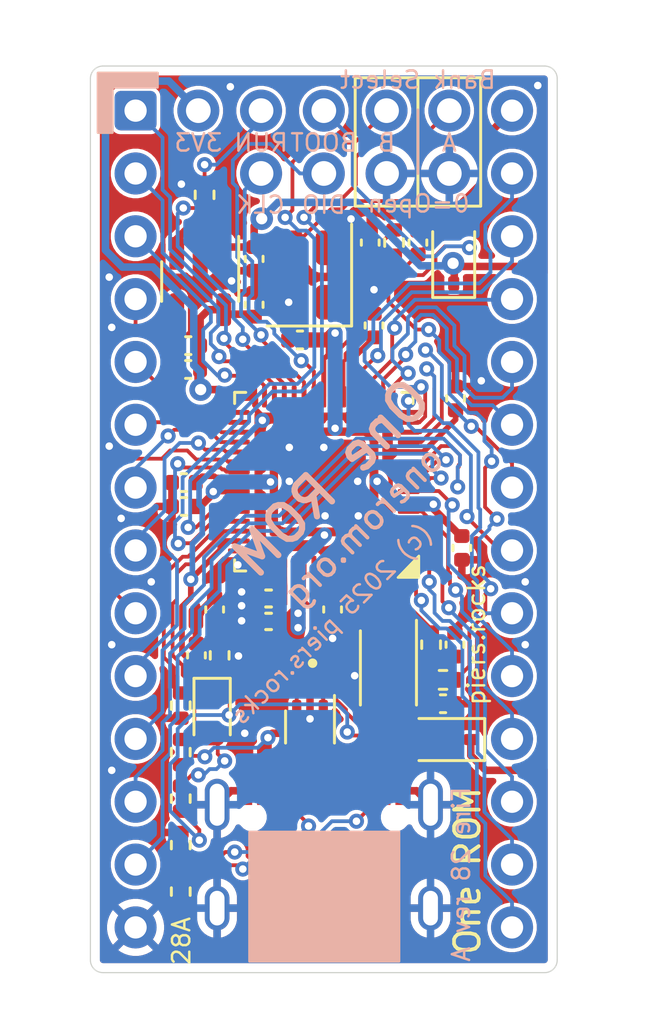
<source format=kicad_pcb>
(kicad_pcb (version 20241229) (generator "pcbnew") (generator_version "9.0")
  (layers (0 "F.Cu" signal) (2 "B.Cu" signal) (13 "F.Paste" user) (15 "B.Paste" user) (5 "F.SilkS" user "F.Silkscreen") (7 "B.SilkS" user "B.Silkscreen") (1 "F.Mask" user) (3 "B.Mask" user) (25 "Edge.Cuts" user))
  (net 0 "")
  (net 1 "Net-(U1-VREG_AVDD)")
  (net 2 "GND")
  (net 3 "+5V")
  (net 4 "+3V3")
  (net 5 "+1V1")
  (net 6 "SWCLK")
  (net 7 "SWDIO")
  (net 8 "A2")
  (net 9 "Net-(U1-XIN)")
  (net 10 "Net-(U1-XOUT)")
  (net 11 "BOOT")
  (net 12 "A0")
  (net 13 "A8")
  (net 14 "D1")
  (net 15 "D4")
  (net 16 "A11")
  (net 17 "D2")
  (net 18 "A12")
  (net 19 "RUN")
  (net 20 "D5")
  (net 21 "VHOST")
  (net 22 "Net-(U1-VREG_LX)")
  (net 23 "Net-(U1-RUN)")
  (net 24 "QSPI_SS")
  (net 25 "D6")
  (net 26 "QSPI_SD3")
  (net 27 "A9")
  (net 28 "A4")
  (net 29 "D3")
  (net 30 "QSPI_SD1")
  (net 31 "A3")
  (net 32 "A1")
  (net 33 "D7")
  (net 34 "A7")
  (net 35 "A5")
  (net 36 "A10")
  (net 37 "QSPI_SD0")
  (net 38 "QSPI_SCLK")
  (net 39 "D0")
  (net 40 "VBUS")
  (net 41 "QSPI_SD2")
  (net 42 "VBUS_DET")
  (net 44 "A6")
  (net 45 "Net-(D1-A)")
  (net 46 "Net-(C19-Pad1)")
  (net 47 "LED0")
  (net 49 "SEL_B")
  (net 50 "SEL_A")
  (net 51 "D-")
  (net 52 "D+")
  (net 53 "Net-(J1-D+-PadA6)")
  (net 54 "Net-(J1-D--PadA7)")
  (net 55 "Net-(J1-CC1)")
  (net 56 "Net-(J1-CC2)")
  (net 58 "~{OE}")
  (net 59 "A13")
  (net 60 "CS3{slash}A14")
  (net 61 "~{CE}")
  (net 62 "A15")
  (footprint "Capacitor_SMD:C_0402_1005Metric" (layer "F.Cu") (at 114.808 49.4284 -90)
    (property "Reference" "C4" (hide yes))
    (property "Value" "0.1uF")
  )
  (footprint "RP2350_60QFN_minimal:C_0402_1005Metric_small_pads" (layer "F.Cu") (at 106.99069 52.411843 180)
    (property "Reference" "C17" (hide yes))
    (property "Value" "4.7uF")
  )
  (footprint "Capacitor_SMD:C_0402_1005Metric" (layer "F.Cu") (at 111.0996 37.084 90)
    (property "Reference" "C19" (hide yes))
    (property "Value" "15pF")
  )
  (footprint "Capacitor_SMD:C_0402_1005Metric" (layer "F.Cu") (at 113.03 37.084 90)
    (property "Reference" "C18" (hide yes))
    (property "Value" "15pF")
  )
  (footprint "Package_SON:Winbond_USON-8-1EP_3x2mm_P0.5mm_EP0.2x1.6mm" (layer "F.Cu") (at 111.8362 54.2798 -90)
    (property "Reference" "U5" (hide yes))
    (property "Value" "W25Q16JVSS")
  )
  (footprint "Package_TO_SOT_SMD:SOT-23-5" (layer "F.Cu") (at 104.2162 38.6588 -90)
    (property "Reference" "U3" (hide yes))
    (property "Value" "AP2112K-3.3")
  )
  (footprint "Resistor_SMD:R_0402_1005Metric" (layer "F.Cu") (at 103.4288 61.4426 -90)
    (property "Reference" "R9" (hide yes))
    (property "Value" "5K1")
  )
  (footprint "Capacitor_SMD:C_0402_1005Metric" (layer "F.Cu") (at 103.5558 46.7868 180)
    (property "Reference" "C6" (hide yes))
    (property "Value" "0.1uF")
  )
  (footprint "Resistor_SMD:R_0402_1005Metric" (layer "F.Cu") (at 103.4288 63.3222 90)
    (property "Reference" "R10" (hide yes))
    (property "Value" "5K1")
  )
  (footprint "Capacitor_SMD:C_0402_1005Metric" (layer "F.Cu") (at 111.252 40.4368 90)
    (property "Reference" "C8" (hide yes))
    (property "Value" "0.1uF")
  )
  (footprint "RP2350_60QFN_minimal:L_pol_2016" (layer "F.Cu") (at 107.3404 54.088243 180)
    (property "Reference" "L1" (hide yes))
    (property "Value" "3.3u")
  )
  (footprint "RP2350_60QFN_minimal:C_0402_1005Metric_small_pads" (layer "F.Cu") (at 106.99069 51.472043 180)
    (property "Reference" "C16" (hide yes))
    (property "Value" "4.7uF")
  )
  (footprint "Diode_SMD:D_SOD-323" (layer "F.Cu") (at 114.1222 57.1754 180)
    (property "Reference" "D3" (hide yes))
    (property "Value" "1N5819WS")
  )
  (footprint "Capacitor_SMD:C_0402_1005Metric" (layer "F.Cu") (at 108.2548 41.021 180)
    (property "Reference" "C3" (hide yes))
    (property "Value" "4.7uF")
  )
  (footprint "Capacitor_SMD:C_0402_1005Metric" (layer "F.Cu") (at 109.5756 51.9176 -90)
    (property "Reference" "C11" (hide yes))
    (property "Value" "0.1uF")
  )
  (footprint "Resistor_SMD:R_0402_1005Metric" (layer "F.Cu") (at 103.4288 57.6834 90)
    (property "Reference" "R7" (hide yes))
    (property "Value" "10K")
  )
  (footprint "Resistor_SMD:R_0402_1005Metric" (layer "F.Cu") (at 113.5634 53.34 -90)
    (property "Reference" "R3" (hide yes))
    (property "Value" "10K")
  )
  (footprint "Diode_SMD:D_SOD-323" (layer "F.Cu") (at 114.4778 37.6936 90)
    (property "Reference" "D2" (hide yes))
    (property "Value" "1N5819WS")
  )
  (footprint "Resistor_SMD:R_0402_1005Metric" (layer "F.Cu") (at 114.046 54.7624)
    (property "Reference" "R2" (hide yes))
    (property "Value" "1K")
  )
  (footprint "Crystal:Crystal_SMD_Abracon_ABM8G-4Pin_3.2x2.5mm" (layer "F.Cu") (at 108.6358 38.397 90)
    (property "Reference" "Y1" (hide yes))
    (property "Value" "Crystal_GND24")
  )
  (footprint "Package_TO_SOT_SMD:SOT-666" (layer "F.Cu") (at 108.6612 56.6674 -90)
    (property "Reference" "U4" (hide yes))
    (property "Value" "USBLC6-2P6")
  )
  (footprint "Capacitor_SMD:C_0402_1005Metric" (layer "F.Cu") (at 103.7336 41.2496 180)
    (property "Reference" "C7" (hide yes))
    (property "Value" "4.7uF")
  )
  (footprint "RP2350_60QFN_minimal:RP2350-QFN-60-1EP_7x7_P0.4mm_EP3.4x3.4mm_ThermalVias" (layer "F.Cu") (at 109.22 46.7502 180)
    (property "Reference" "U1" (hide yes))
    (property "Value" "RP2350_60QFN")
  )
  (footprint "Resistor_SMD:R_0402_1005Metric" (layer "F.Cu") (at 112.0648 37.084 90)
    (property "Reference" "R6" (hide yes))
    (property "Value" "1K")
  )
  (footprint "Capacitor_SMD:C_0402_1005Metric" (layer "F.Cu") (at 106.4006 39.5986 90)
    (property "Reference" "C2" (hide yes))
    (property "Value" "4.7uF")
  )
  (footprint "Capacitor_SMD:C_0402_1005Metric" (layer "F.Cu") (at 106.4006 37.7444 -90)
    (property "Reference" "C1" (hide yes))
    (property "Value" "4.7uF")
  )
  (footprint "Capacitor_SMD:C_0402_1005Metric" (layer "F.Cu") (at 103.5558 47.752 180)
    (property "Reference" "C5" (hide yes))
    (property "Value" "0.1uF")
  )
  (footprint "piers footprints:PinHeader_2x04_P2.54mm_Vertical custom silkscreen" (layer "F.Cu") (at 114.3 31.75 -90)
    (property "Reference" "J2" (hide yes))
    (property "Value" "Conn_02x04_Odd_Even" (hide yes))
  )
  (footprint "Resistor_SMD:R_0402_1005Metric" (layer "F.Cu") (at 105.0036 53.7718 -90)
    (property "Reference" "R4" (hide yes))
    (property "Value" "33R")
  )
  (footprint "piers retro footprints:28 pin rom footprint" (layer "F.Cu") (at 101.6 31.75)
    (property "Reference" "U2" (hide yes))
    (property "Value" "28 Pin ROM")
  )
  (footprint "Capacitor_SMD:C_0402_1005Metric" (layer "F.Cu") (at 114.5286 53.34 90)
    (property "Reference" "C13" (hide yes))
    (property "Value" "4.7uF")
  )
  (footprint "Capacitor_SMD:C_0402_1005Metric" (layer "F.Cu") (at 103.731 42.2148 180)
    (property "Reference" "C10" (hide yes))
    (property "Value" "0.1uF")
  )
  (footprint "Resistor_SMD:R_0402_1005Metric" (layer "F.Cu") (at 104.394 35.1536 90)
    (property "Reference" "R1" (hide yes))
    (property "Value" "1K")
  )
  (footprint "Resistor_SMD:R_0402_1005Metric" (layer "F.Cu") (at 103.4288 55.8038 -90)
    (property "Reference" "R8" (hide yes))
    (property "Value" "10K")
  )
  (footprint "Connector_PinHeader_2.54mm:PinHeader_1x01_P2.54mm_Vertical" (layer "F.Cu") (at 104.14 31.75)
    (property "Reference" "J3" (hide yes))
    (property "Value" "Conn_01x01_Pin")
  )
  (footprint "Capacitor_SMD:C_0402_1005Metric" (layer "F.Cu") (at 114.554 43.3832 90)
    (property "Reference" "C12" (hide yes))
    (property "Value" "0.1uF")
  )
  (footprint "Capacitor_SMD:C_0402_1005Metric" (layer "F.Cu") (at 114.046 55.7276)
    (property "Reference" "C14" (hide yes))
    (property "Value" "0.1uF")
  )
  (footprint "Capacitor_SMD:C_0402_1005Metric" (layer "F.Cu") (at 104.8004 51.9176 90)
    (property "Reference" "C15" (hide yes))
    (property "Value" "4.7uF")
  )
  (footprint "piers retro footprints:USB_C_connector_c2765186" (layer "F.Cu") (at 109.22 62.9158)
    (property "Reference" "J1" (hide yes))
    (property "Value" "USB_C_Receptacle_USB2.0_16P")
  )
  (footprint "Capacitor_SMD:C_0402_1005Metric" (layer "F.Cu") (at 104.0638 53.7718 90)
    (property "Reference" "C9" (hide yes))
    (property "Value" "0.1uF")
  )
  (footprint "LED_SMD:LED_0603_1608Metric" (layer "F.Cu") (at 104.6988 56.1849 -90)
    (property "Reference" "D1" (hide yes))
    (property "Value" "LED_Small")
  )
  (footprint "Resistor_SMD:R_0402_1005Metric" (layer "F.Cu") (at 103.4288 59.563 90)
    (property "Reference" "R5" (hide yes))
    (property "Value" "1K")
  )
  (gr_poly (pts (xy 106.084073 51.586602) (xy 105.6894 51.4604) (xy 105.6894 51.1048) (xy 105.83075 51.0032) (xy 106.0704 51.0032) (xy 106.250819 50.984608) (xy 106.7308 50.8) (xy 106.7816 50.7746) (xy 106.356169 51.314506)) (stroke (width 0.2)) (fill yes) (layer "F.Cu") (net 2))
  (gr_poly (pts (xy 106.99069 52.785832) (xy 106.78749 52.963632) (xy 106.553 52.989032) (xy 106.3752 53.268432) (xy 106.3752 53.8988) (xy 106.5784 53.985349) (xy 106.99069 53.290475)) (stroke (width 0.2)) (fill yes) (layer "F.Cu") (net 22))
  (gr_poly (pts (xy 106.4768 51.054) (xy 106.0704 51.054) (xy 105.7656 51.3334) (xy 105.6894 51.4604) (xy 105.6894 52.4256) (xy 105.8926 52.578) (xy 106.2228 52.578) (xy 106.6038 52.578) (xy 106.6038 51.0032)) (stroke (width 0.2)) (fill yes) (layer "F.Cu") (net 2))
  (gr_poly (pts (xy 107.744837 53.688865) (xy 107.430279 53.213) (xy 107.370769 52.662299) (xy 107.668637 52.545865) (xy 108.380693 52.703893) (xy 108.2802 53.2384)) (stroke (width 0.2)) (fill yes) (layer "F.Cu") (net 5))
  (gr_poly (pts (xy 107.625573 50.5206) (xy 107.6452 50.9651) (xy 107.6452 51.2826) (xy 107.3658 51.260297) (xy 107.619014 50.9535)) (stroke (width 0.2)) (fill yes) (layer "F.Cu") (net 4))
  (gr_line (start 107.0991 52.7304) (end 106.8705 52.7304) (stroke (width 0.127)) (layer "F.SilkS"))
  (gr_poly (pts (xy 100.076 30.226) (xy 102.489 30.226) (xy 102.489 30.8102) (xy 100.6602 30.8102) (xy 100.6602 32.639) (xy 100.076 32.639)) (stroke (width 0.1)) (fill yes) (layer "F.SilkS"))
  (gr_line (start 107.0991 51.816) (end 106.8705 51.816) (stroke (width 0.127)) (layer "F.SilkS"))
  (gr_line (start 107.0991 51.1302) (end 106.8705 51.1302) (stroke (width 0.127)) (layer "F.SilkS"))
  (gr_line (start 107.0991 52.07) (end 106.8705 52.07) (stroke (width 0.127)) (layer "F.SilkS"))
  (gr_rect (start 106.2101 60.9092) (end 112.268 66.1416) (stroke (width 0.1)) (fill yes) (layer "B.SilkS"))
  (gr_line (start 113.03 31.7104) (end 113.03 34.3012) (stroke (width 0.1)) (layer "B.SilkS"))
  (gr_poly (pts (xy 100.076 30.226) (xy 100.076 32.639) (xy 100.6602 32.639) (xy 100.6602 30.8102) (xy 102.489 30.8102) (xy 102.489 30.226)) (stroke (width 0.1)) (fill yes) (layer "B.SilkS"))
  (gr_line (start 118.6688 30.4546) (end 118.6688 66.0908) (stroke (width 0.05)) (layer "Edge.Cuts"))
  (gr_arc (start 118.1608 29.9466) (mid 118.52001 30.09539) (end 118.6688 30.4546) (stroke (width 0.05)) (layer "Edge.Cuts"))
  (gr_line (start 100.27899 29.9466) (end 118.1608 29.9466) (stroke (width 0.05)) (layer "Edge.Cuts"))
  (gr_arc (start 99.77099 30.4546) (mid 99.91978 30.09539) (end 100.27899 29.9466) (stroke (width 0.05)) (layer "Edge.Cuts"))
  (gr_arc (start 118.6688 66.0908) (mid 118.520014 66.450017) (end 118.1608 66.5988) (stroke (width 0.05)) (layer "Edge.Cuts"))
  (gr_line (start 99.77099 66.0908) (end 99.77099 30.4546) (stroke (width 0.05)) (layer "Edge.Cuts"))
  (gr_arc (start 100.2792 66.5988) (mid 99.919993 66.45001) (end 99.7712 66.0908) (stroke (width 0.05)) (layer "Edge.Cuts"))
  (gr_line (start 118.1608 66.5988) (end 100.2792 66.5988) (stroke (width 0.05)) (layer "Edge.Cuts"))
  (gr_text "piers.rocks" (at 115.3922 52.9336 90) (layer "F.SilkS") (effects (font (size 0.7 0.7) (thickness 0.1))))
  (gr_text "28A" (at 103.4542 64.2874 90) (layer "F.SilkS") (effects (font (size 0.7 0.7) (thickness 0.1)) (justify right)))
  (gr_text "One ROM" (at 115.0366 62.484 90) (layer "F.SilkS") (effects (font (size 1 1))))
  (gr_text "CLK" (at 106.6546 35.56 0) (layer "B.SilkS") (effects (font (size 0.7 0.7) (thickness 0.1)) (justify mirror)))
  (gr_text "(c) 2025 piers.rocks" (at 109.5248 52.5018 45) (layer "B.SilkS") (effects (font (size 0.7 0.7) (thickness 0.1)) (justify mirror)))
  (gr_text "B" (at 111.76 33.0454 0) (layer "B.SilkS") (effects (font (size 0.7 0.7) (thickness 0.1)) (justify mirror)))
  (gr_text "Bank Select" (at 113.03 30.5054 0) (layer "B.SilkS") (effects (font (size 0.7 0.7) (thickness 0.1)) (justify mirror)))
  (gr_text "onerom.org" (at 110.8202 48.5394 45) (layer "B.SilkS") (effects (font (size 1 1)) (justify mirror)))
  (gr_text "3V3" (at 104.14 33.0454 0) (layer "B.SilkS") (effects (font (size 0.7 0.7) (thickness 0.1)) (justify mirror)))
  (gr_text "A" (at 114.3 33.0454 0) (layer "B.SilkS") (effects (font (size 0.7 0.7) (thickness 0.1)) (justify mirror)))
  (gr_text "BOOT" (at 109.22 33.0454 0) (layer "B.SilkS") (effects (font (size 0.7 0.7) (thickness 0.1)) (justify mirror)))
  (gr_text "DIO" (at 109.22 35.56 0) (layer "B.SilkS") (effects (font (size 0.7 0.7) (thickness 0.1)) (justify mirror)))
  (gr_text "RUN" (at 106.68 33.0454 0) (layer "B.SilkS") (effects (font (size 0.7 0.7) (thickness 0.1)) (justify mirror)))
  (gr_text "One ROM" (at 109.5248 46.609 45) (layer "B.SilkS") (effects (font (size 1.5 1.5) (thickness 0.25) (bold yes)) (justify mirror)))
  (gr_text "0=Open" (at 113.0554 35.5092 0) (layer "B.SilkS") (effects (font (size 0.7 0.7) (thickness 0.1)) (justify mirror)))
  (gr_text "Fire 28 rev A" (at 114.7826 66.2178 90) (layer "B.SilkS") (effects (font (size 0.7 0.7) (thickness 0.1)) (justify right mirror)))
  (segment (start 105.608737 50.719337) (end 105.34 50.988075) (width 0.1524) (layer "F.Cu") (net 1))
  (segment (start 106.42 50.1877) (end 105.9434 50.6643) (width 0.1524) (layer "F.Cu") (net 1))
  (segment (start 105.9434 50.6643) (end 105.942148 50.663048) (width 0.1524) (layer "F.Cu") (net 1))
  (segment (start 105.34 51.858) (end 104.8004 52.3976) (width 0.1524) (layer "F.Cu") (net 1))
  (segment (start 105.665026 50.663048) (end 105.608737 50.719337) (width 0.1524) (layer "F.Cu") (net 1))
  (segment (start 105.608737 50.719337) (end 105.34 50.988074) (width 0.1524) (layer "F.Cu") (net 1))
  (segment (start 104.8004 52.3976) (end 104.8004 53.2872) (width 0.1524) (layer "F.Cu") (net 1))
  (segment (start 105.942148 50.663048) (end 105.665026 50.663048) (width 0.1524) (layer "F.Cu") (net 1))
  (segment (start 105.34 50.988075) (end 105.34 51.858) (width 0.1524) (layer "F.Cu") (net 1))
  (segment (start 112.57 59.2458) (end 112.975 59.2458) (width 0.3048) (layer "F.Cu") (net 2))
  (segment (start 108.6612 55.7424) (end 108.6612 56.33926) (width 0.2032) (layer "F.Cu") (net 2))
  (segment (start 106.4006 39.1186) (end 107.4074 39.1186) (width 0.3048) (layer "F.Cu") (net 2))
  (segment (start 105.4862 53.7718) (end 104.5438 53.7718) (width 0.1524) (layer "F.Cu") (net 2))
  (segment (start 102.7112 40.1638) (end 102.705 40.1576) (width 0.2032) (layer "F.Cu") (net 2))
  (segment (start 103.8085 40.6947) (end 103.8085 39.9301) (width 0.1778) (layer "F.Cu") (net 2))
  (segment (start 107.5208 39.762) (end 107.7858 39.497) (width 0.3048) (layer "F.Cu") (net 2))
  (segment (start 107.7748 39.508) (end 107.7858 39.497) (width 0.3048) (layer "F.Cu") (net 2))
  (segment (start 103.8085 39.9301) (end 103.9622 39.7764) (width 0.1778) (layer "F.Cu") (net 2))
  (segment (start 106.1466 51.40277) (end 106.1466 51.816) (width 0.2286) (layer "F.Cu") (net 2))
  (segment (start 110.5408 37.1628) (end 111.0996 36.604) (width 0.3048) (layer "F.Cu") (net 2))
  (segment (start 107.4074 39.1186) (end 107.7858 39.497) (width 0.3048) (layer "F.Cu") (net 2))
  (segment (start 107.7748 41.021) (end 107.7748 39.508) (width 0.3048) (layer "F.Cu") (net 2))
  (segment (start 109.4858 37.297) (end 109.4858 37.797) (width 0.3048) (layer "F.Cu") (net 2))
  (segment (start 102.616 41.2496) (end 102.5144 41.148) (width 0.2032) (layer "F.Cu") (net 2))
  (segment (start 104.0638 52.1742) (end 104.8004 51.4376) (width 0.3048) (layer "F.Cu") (net 2))
  (segment (start 114.5286 52.86) (end 114.5286 52.705) (width 0.3048) (layer "F.Cu") (net 2))
  (segment (start 104.0638 53.2918) (end 104.0638 52.1742) (width 0.3048) (layer "F.Cu") (net 2))
  (segment (start 102.5144 41.148) (end 102.5144 40.3606) (width 0.2032) (layer "F.Cu") (net 2))
  (segment (start 105.478327 50.37503) (end 105.2576 50.37503) (width 0.2286) (layer "F.Cu") (net 2))
  (segment (start 105.87 59.2458) (end 105.465 59.2458) (width 0.3048) (layer "F.Cu") (net 2))
  (segment (start 111.252 38.989) (end 111.252 39.9568) (width 0.3048) (layer "F.Cu") (net 2))
  (segment (start 109.4858 37.297) (end 110.4066 37.297) (width 0.3048) (layer "F.Cu") (net 2))
  (segment (start 104.2162 37.5213) (end 104.2162 38.6334) (width 0.6096) (layer "F.Cu") (net 2))
  (segment (start 105.2576 50.37503) (end 104.8004 50.83223) (width 0.2286) (layer "F.Cu") (net 2))
  (segment (start 111.0862 52.8548) (end 111.0862 53.709) (width 0.2286) (layer "F.Cu") (net 2))
  (segment (start 103.2536 41.2496) (end 103.8085 40.6947) (width 0.1778) (layer "F.Cu") (net 2))
  (segment (start 115.062 52.1716) (end 115.062 52.0954) (width 0.3048) (layer "F.Cu") (net 2))
  (segment (start 106.1466 51.7906) (end 105.7402 52.197) (width 0.1524) (layer "F.Cu") (net 2))
  (segment (start 112.975 59.2458) (end 113.54 59.8108) (width 0.3048) (layer "F.Cu") (net 2))
  (segment (start 106.4006 39.1186) (end 106.4006 39.116) (width 0.3048) (layer "F.Cu") (net 2))
  (segment (start 103.2536 41.2496) (end 102.616 41.2496) (width 0.2032) (layer "F.Cu") (net 2))
  (segment (start 102.705 36.8426) (end 102.9462 36.6014) (width 0.2032) (layer "F.Cu") (net 2))
  (segment (start 104.8004 50.83223) (end 104.8004 51.4376) (width 0.2286) (layer "F.Cu") (net 2))
  (segment (start 104.5438 53.7718) (end 104.0638 53.2918) (width 0.1524) (layer "F.Cu") (net 2))
  (segment (start 105.739606 50.113751) (end 105.478327 50.37503) (width 0.2286) (layer "F.Cu") (net 2))
  (segment (start 109.5756 52.3976) (end 109.5756 53.086) (width 0.3048) (layer "F.Cu") (net 2))
  (segment (start 114.5286 52.705) (end 115.062 52.1716) (width 0.3048) (layer "F.Cu") (net 2))
  (segment (start 102.705 40.1576) (end 102.705 36.8426) (width 0.2032) (layer "F.Cu") (net 2))
  (segment (start 106.4006 38.2244) (end 106.4006 38.227) (width 0.3048) (layer "F.Cu") (net 2))
  (segment (start 102.5144 40.3606) (end 102.7112 40.1638) (width 0.2032) (layer "F.Cu") (net 2))
  (segment (start 105.465 59.2458) (end 104.9 59.8108) (width 0.3048) (layer "F.Cu") (net 2))
  (segment (start 106.4006 39.1186) (end 106.4006 38.2244) (width 0.3048) (layer "F.Cu") (net 2))
  (segment (start 110.4066 37.297) (end 110.5408 37.1628) (width 0.3048) (layer "F.Cu") (net 2))
  (segment (start 103.0758 46.7868) (end 103.0758 47.752) (width 0.3048) (layer "F.Cu") (net 2))
  (via (at 110.617 48.133) (size 0.6096) (drill 0.3048) (layers "F.Cu" "B.Cu") (net 2))
  (via (at 109.2708 48.133) (size 0.6096) (drill 0.3048) (layers "F.Cu" "B.Cu") (net 2))
  (via (at 110.320908 36.128097) (size 0.6096) (drill 0.3048) (layers "F.Cu" "B.Cu") (net 2))
  (via (at 107.823 46.736) (size 0.6096) (drill 0.3048) (layers "F.Cu" "B.Cu") (net 2))
  (via (at 105.4862 38.6334) (size 0.6096) (drill 0.3048) (layers "F.Cu" "B.Cu") (net 2))
  (via (at 115.5954 42.672) (size 0.6096) (drill 0.3048) (layers "F.Cu" "B.Cu") (net 2))
  (via (at 100.6348 53.34) (size 0.6096) (drill 0.3048) (layers "F.Cu" "B.Cu") (net 2))
  (via (at 105.739606 50.113751) (size 0.6096) (drill 0.3048) (layers "F.Cu" "B.Cu") (net 2))
  (via (at 100.6348 58.42) (size 0.6096) (drill 0.3048) (layers "F.Cu" "B.Cu") (net 2))
  (via (at 103.4542 34.7218) (size 0.6096) (drill 0.3048) (layers "F.Cu" "B.Cu") (net 2))
  (via (at 105.8926 51.7652) (size 0.6096) (drill 0.3048) (layers "F.Cu" "B.Cu") (net 2))
  (via (at 117.3734 53.34) (size 0.6096) (drill 0.3048) (layers "F.Cu" "B.Cu") (net 2))
  (via (at 109.5756 53.086) (size 0.6096) (drill 0.3048) (layers "F.Cu" "B.Cu") (net 2))
  (via (at 100.5332 45.3136) (size 0.6096) (drill 0.3048) (layers "F.Cu" "B.Cu") (net 2))
  (via (at 111.252 38.989) (size 0.6096) (drill 0.3048) (layers "F.Cu" "B.Cu") (net 2))
  (via (at 117.3734 50.8) (size 0.6096) (drill 0.3048) (layers "F.Cu" "B.Cu") (net 2))
  (via (at 100.5332 38.481) (size 0.6096) (drill 0.3048) (layers "F.Cu" "B.Cu") (net 2))
  (via (at 101.0158 48.2346) (size 0.6096) (drill 0.3048) (layers "F.Cu" "B.Cu") (net 2))
  (via (at 107.7976 39.497) (size 0.6096) (drill 0.3048) (layers "F.Cu" "B.Cu") (net 2))
  (via (at 100.6348 40.513) (size 0.6096) (drill 0.3048) (layers "F.Cu" "B.Cu") (net 2))
  (via (at 105.7656 53.7972) (size 0.6096) (drill 0.3048) (layers "F.Cu" "B.Cu") (net 2))
  (via (at 108.6612 56.33926) (size 0.6096) (drill 0.3048) (layers "F.Cu" "B.Cu") (net 2))
  (via (at 102.235 50.8) (size 0.6096) (drill 0.3048) (layers "F.Cu" "B.Cu") (net 2))
  (via (at 105.4354 30.7848) (size 0.6096) (drill 0.3048) (layers "F.Cu" "B.Cu") (net 2))
  (via (at 107.823 45.3644) (size 0.6096) (drill 0.3048) (layers "F.Cu" "B.Cu") (net 2))
  (via (at 109.22 45.3644) (size 0.6096) (drill 0.3048) (layers "F.Cu" "B.Cu") (net 2))
  (via (at 110.5916 46.736) (size 0.6096) (drill 0.3048) (layers "F.Cu" "B.Cu") (net 2))
  (via (at 117.8814 30.734) (size 0.6096) (drill 0.3048) (layers "F.Cu" "B.Cu") (net 2))
  (via (at 110.4696 54.593804) (size 0.6096) (drill 0.3048) (layers "F.Cu" "B.Cu") (net 2))
  (via (at 106.0196 56.9214) (size 0.6096) (drill 0.3048) (layers "F.Cu" "B.Cu") (net 2))
  (via (at 105.8926 52.3748) (size 0.6096) (drill 0.3048) (layers "F.Cu" "B.Cu") (net 2))
  (via (at 105.8926 51.2064) (size 0.6096) (drill 0.3048) (layers "F.Cu" "B.Cu") (net 2))
  (segment (start 115.7732 58.42) (end 115.1722 57.819) (width 0.3048) (layer "F.Cu") (net 3))
  (segment (start 103.7844 36.4236) (end 103.2662 36.9418) (width 0.3048) (layer "F.Cu") (net 3))
  (segment (start 105.1662 37.5213) (end 105.1662 36.8148) (width 0.3048) (layer "F.Cu") (net 3))
  (segment (start 114.50162 38.688713) (end 114.4778 38.712533) (width 0.3048) (layer "F.Cu") (net 3))
  (segment (start 105.4231 37.2644) (end 105.1662 37.5213) (width 0.3048) (layer "F.Cu") (net 3))
  (segment (start 103.2662 36.9418) (end 103.2662 37.5213) (width 0.3048) (layer "F.Cu") (net 3))
  (segment (start 114.4524 37.9222) (end 114.4524 37.937218) (width 0.3048) (layer "F.Cu") (net 3))
  (segment (start 114.4778 38.712533) (end 114.4778 38.7436) (width 0.3048) (layer "F.Cu") (net 3))
  (segment (start 115.1722 57.819) (end 115.1722 57.1754) (width 0.3048) (layer "F.Cu") (net 3))
  (segment (start 117.2718 38.0492) (end 118.0592 38.8366) (width 0.3048) (layer "F.Cu") (net 3))
  (segment (start 104.775 36.4236) (end 103.7844 36.4236) (width 0.3048) (layer "F.Cu") (net 3))
  (segment (start 106.4006 37.2644) (end 106.4006 36.4236) (width 0.3048) (layer "F.Cu") (net 3))
  (segment (start 114.498025 38.020205) (end 114.52702 38.0492) (width 0.3048) (layer "F.Cu") (net 3))
  (segment (start 105.1662 36.8148) (end 104.775 36.4236) (width 0.3048) (layer "F.Cu") (net 3))
  (segment (start 106.4006 36.4236) (end 106.7054 36.1188) (width 0.3048) (layer "F.Cu") (net 3))
  (segment (start 114.50162 37.986438) (end 114.50162 38.688713) (width 0.3048) (layer "F.Cu") (net 3))
  (segment (start 114.4524 37.9222) (end 114.498025 37.967825) (width 0.3048) (layer "F.Cu") (net 3))
  (segment (start 114.498025 37.967825) (end 114.498025 38.020205) (width 0.3048) (layer "F.Cu") (net 3))
  (segment (start 106.4006 37.2644) (end 105.4231 37.2644) (width 0.3048) (layer "F.Cu") (net 3))
  (segment (start 114.52702 38.0492) (end 117.2718 38.0492) (width 0.3048) (layer "F.Cu") (net 3))
  (segment (start 118.0592 57.8612) (end 117.5004 58.42) (width 0.3048) (layer "F.Cu") (net 3))
  (segment (start 118.0592 38.8366) (end 118.0592 57.8612) (width 0.3048) (layer "F.Cu") (net 3))
  (segment (start 114.4524 37.937218) (end 114.50162 37.986438) (width 0.3048) (layer "F.Cu") (net 3))
  (segment (start 117.5004 58.42) (end 115.7732 58.42) (width 0.3048) (layer "F.Cu") (net 3))
  (via (at 106.7054 36.1188) (size 0.9144) (drill 0.4572) (layers "F.Cu" "B.Cu") (net 3))
  (via (at 114.4524 37.9222) (size 0.9144) (drill 0.4572) (layers "F.Cu" "B.Cu") (net 3))
  (segment (start 107.3658 35.4584) (end 106.7054 36.1188) (width 0.3048) (layer "B.Cu") (net 3))
  (segment (start 114.49443 38.0238) (end 113.1316 38.0238) (width 0.3048) (layer "B.Cu") (net 3))
  (segment (start 110.5662 35.4584) (end 107.3658 35.4584) (width 0.3048) (layer "B.Cu") (net 3))
  (segment (start 114.498025 38.027395) (end 114.49443 38.0238) (width 0.3048) (layer "B.Cu") (net 3))
  (segment (start 113.1316 38.0238) (end 110.5662 35.4584) (width 0.3048) (layer "B.Cu") (net 3))
  (segment (start 114.4524 37.9222) (end 114.498025 37.967825) (width 0.3048) (layer "B.Cu") (net 3))
  (segment (start 114.498025 37.967825) (end 114.498025 38.027395) (width 0.3048) (layer "B.Cu") (net 3))
  (segment (start 107.62 50.1877) (end 107.62 49.6572) (width 0.2286) (layer "F.Cu") (net 4))
  (segment (start 104.5519 39.7963) (end 104.2136 40.1346) (width 0.3048) (layer "F.Cu") (net 4))
  (segment (start 111.576291 57.012) (end 112.149491 56.4388) (width 0.1524) (layer "F.Cu") (net 4))
  (segment (start 106.3016 39.9796) (end 105.3495 39.9796) (width 0.3048) (layer "F.Cu") (net 4))
  (segment (start 112.5474 49.6062) (end 112.5474 51.7906) (width 0.3048) (layer "F.Cu") (net 4))
  (segment (start 109.62 51.3932) (end 109.5756 51.4376) (width 0.2286) (layer "F.Cu") (net 4))
  (segment (start 112.2172 56.4388) (end 112.5862 56.0698) (width 0.1524) (layer "F.Cu") (net 4))
  (segment (start 106.3102 46.7502) (end 106.5276 46.5328) (width 0.2286) (layer "F.Cu") (net 4))
  (segment (start 104.2136 41.1988) (end 104.2136 42.1614) (width 0.3048) (layer "F.Cu") (net 4))
  (segment (start 113.5634 52.8828) (end 114.455 53.7744) (width 0.3048) (layer "F.Cu") (net 4))
  (segment (start 105.7825 49.1502) (end 105.2818 49.1502) (width 0.2286) (layer "F.Cu") (net 4))
  (segment (start 114.554 44.241068) (end 113.507153 45.287915) (width 0.2286) (layer "F.Cu") (net 4))
  (segment (start 112.6575 45.5502) (end 112.149 45.5502) (width 0.2286) (layer "F.Cu") (net 4))
  (segment (start 112.175626 49.4952) (end 111.903 49.4952) (width 0.2032) (layer "F.Cu") (net 4))
  (segment (start 105.41 54.6882) (end 105.41 56.134) (width 0.1524) (layer "F.Cu") (net 4))
  (segment (start 110.308191 57.012) (end 111.576291 57.012) (width 0.1524) (layer "F.Cu") (net 4))
  (segment (start 107.62 49.6568) (end 107.8484 49.4284) (width 0.2286) (layer "F.Cu") (net 4))
  (segment (start 105.7825 46.7502) (end 106.3132 46.7502) (width 0.2286) (layer "F.Cu") (net 4))
  (segment (start 112.175626 49.4952) (end 112.1062 49.4952) (width 0.2032) (layer "F.Cu") (net 4))
  (segment (start 112.6575 45.5502) (end 112.169318 45.5502) (width 0.2286) (layer "F.Cu") (net 4))
  (segment (start 105.133795 46.7502) (end 105.7825 46.7502) (width 0.2032) (layer "F.Cu") (net 4))
  (segment (start 104.2136 40.1346) (end 104.2136 41.1988) (width 0.3048) (layer "F.Cu") (net 4))
  (segment (start 110.42 43.3127) (end 110.4412 43.2915) (width 0.2286) (layer "F.Cu") (net 4))
  (segment (start 110.4412 41.7276) (end 111.252 40.9168) (width 0.2286) (layer "F.Cu") (net 4))
  (segment (start 104.0638 54.2518) (end 104.9736 54.2518) (width 0.2286) (layer "F.Cu") (net 4))
  (segment (start 109.22 51.082) (end 109.5756 51.4376) (width 0.2286) (layer "F.Cu") (net 4))
  (segment (start 109.62 50.1877) (end 109.62 49.676) (width 0.2286) (layer "F.Cu") (net 4))
  (segment (start 109.22 50.1877) (end 109.22 51.082) (width 0.2286) (layer "F.Cu") (net 4))
  (segment (start 104.8004 54.3072) (end 104.8004 54.3052) (width 0.2286) (layer "F.Cu") (net 4))
  (segment (start 104.180876 60.825076) (end 103.4288 60.073) (width 0.1524) (layer "F.Cu") (net 4))
  (segment (start 104.180876 61.244824) (end 104.180876 60.825076) (width 0.1524) (layer "F.Cu") (net 4))
  (segment (start 106.42 43.3127) (end 106.465 43.3577) (width 0.2032) (layer "F.Cu") (net 4))
  (segment (start 106.0139 43.3127) (end 106.42 43.3127) (width 0.2032) (layer "F.Cu") (net 4))
  (segment (start 104.0358 46.7868) (end 104.29163 46.53097) (width 0.2286) (layer "F.Cu") (net 4))
  (segment (start 110.42 43.800882) (end 110.42 43.3127) (width 0.2286) (layer "F.Cu") (net 4))
  (segment (start 112.149 45.5502) (end 111.887 45.2882) (width 0.2286) (layer "F.Cu") (net 4))
  (segment (start 112.230626 49.5502) (end 112.175626 49.4952) (width 0.2032) (layer "F.Cu") (net 4))
  (segment (start 114.554 43.8632) (end 114.554 44.241068) (width 0.2286) (layer "F.Cu") (net 4))
  (segment (start 112.149491 56.4388) (end 112.2172 56.4388) (width 0.1524) (layer "F.Cu") (net 4))
  (segment (start 105.7825 49.5502) (end 106.2026 49.5502) (width 0.2032) (layer "F.Cu") (net 4))
  (segment (start 106.4003 43.3324) (end 106.4142 43.3185) (width 0.3048) (layer "F.Cu") (net 4))
  (segment (start 106.299 49.4538) (end 106.6546 49.4538) (width 0.2032) (layer "F.Cu") (net 4))
  (segment (start 112.6575 49.5502) (end 112.230626 49.5502) (width 0.2032) (layer "F.Cu") (net 4))
  (segment (start 105.9942 43.3324) (end 106.0139 43.3127) (width 0.2032) (layer "F.Cu") (net 4))
  (segment (start 113.246281 45.5502) (end 112.6575 45.5502) (width 0.2286) (layer "F.Cu") (net 4))
  (segment (start 104.211 43.004491) (end 104.234109 43.0276) (width 0.3048) (layer "F.Cu") (net 4))
  (segment (start 107.62 49.6572) (end 107.4166 49.4538) (width 0.2286) (layer "F.Cu") (net 4))
  (segment (start 104.980696 46.57914) (end 105.151756 46.7502) (width 0.2286) (layer "F.Cu") (net 4))
  (segment (start 113.566 55.7276) (end 112.609 55.7276) (width 0.2286) (layer "F.Cu") (net 4))
  (segment (start 104.234109 43.0276) (end 104.8766 43.0276) (width 0.3048) (layer "F.Cu") (net 4))
  (segment (start 104.29163 46.53097) (end 104.79053 46.53097) (width 0.2286) (layer "F.Cu") (net 4))
  (segment (start 110.168851 56.87266) (end 110.308191 57.012) (width 0.1524) (layer "F.Cu") (net 4))
  (segment (start 110.42 43.800882) (end 110.764318 44.1452) (width 0.2286) (layer "F.Cu") (net 4))
  (segment (start 105.9942 43.3324) (end 105.4608 43.3324) (width 0.3048) (layer "F.Cu") (net 4))
  (segment (start 111.887 45.832518) (end 111.887 46.0248) (width 0.2286) (layer "F.Cu") (net 4))
  (segment (start 104.0638 54.2518) (end 103.4796 53.6676) (width 0.2286) (layer "F.Cu") (net 4))
  (segment (start 105.7825 46.7502) (end 105.151756 46.7502) (width 0.2286) (layer "F.Cu") (net 4))
  (segment (start 106.2026 49.5502) (end 106.299 49.4538) (width 0.2032) (layer "F.Cu") (net 4))
  (segment (start 104.131129 42.294671) (end 104.211 42.2148) (width 0.3048) (layer "F.Cu") (net 4))
  (segment (start 109.22 49.6824) (end 109.4232 49.4792) (width 0.2286) (layer "F.Cu") (net 4))
  (segment (start 110.4412 43.2915) (end 110.4412 41.7276) (width 0.2286) (layer "F.Cu") (net 4))
  (segment (start 104.9736 54.2518) (end 105.0036 54.2818) (width 0.2286) (layer "F.Cu") (net 4))
  (segment (start 106.4142 43.3185) (end 106.4142 43.3127) (width 0.3048) (layer "F.Cu") (net 4))
  (segment (start 106.3132 46.7502) (end 106.5022 46.9392) (width 0.2286) (layer "F.Cu") (net 4))
  (segment (start 109.62 50.1877) (end 109.62 49.6888) (width 0.2286) (layer "F.Cu") (net 4))
  (segment (start 109.62 51.19) (end 109.4766 51.3334) (width 0.1524) (layer "F.Cu") (net 4))
  (segment (start 105.3495 39.9796) (end 105.1662 39.7963) (width 0.3048) (layer "F.Cu") (net 4))
  (segment (start 111.887 45.2882) (end 111.887 45.1104) (width 0.2286) (layer "F.Cu") (net 4))
  (segment (start 105.1814 43.3324) (end 105.4608 43.3324) (width 0.3048) (layer "F.Cu") (net 4))
  (segment (start 110.42 43.800882) (end 110.0836 44.137282) (width 0.2286) (layer "F.Cu") (net 4))
  (segment (start 112.5862 56.0698) (end 112.5862 55.7048) (width 0.1524) (layer "F.Cu") (net 4))
  (segment (start 114.455 53.7744) (end 114.5286 53.7744) (width 0.3048) (layer "F.Cu") (net 4))
  (segment (start 113.507153 45.289328) (end 113.246281 45.5502) (width 0.2286) (layer "F.Cu") (net 4))
  (segment (start 106.3498 49.4538) (end 106.5276 49.276) (width 0.2032) (layer "F.Cu") (net 4))
  (segment (start 107.62 50.1877) (end 107.62 49.6568) (width 0.2286) (layer "F.Cu") (net 4))
  (segment (start 112.5474 51.7906) (end 113.5634 52.8066) (width 0.3048) (layer "F.Cu") (net 4))
  (segment (start 104.2136 42.1614) (end 104.211 42.164) (width 0.3048) (layer "F.Cu") (net 4))
  (segment (start 113.5634 52.83) (end 113.5634 52.8828) (width 0.3048) (layer "F.Cu") (net 4))
  (segment (start 104.79053 46.53097) (end 104.8387 46.57914) (width 0.2286) (layer "F.Cu") (net 4))
  (segment (start 113.5634 52.8066) (end 113.5634 52.83) (width 0.3048) (layer "F.Cu") (net 4))
  (segment (start 106.5276 43.8912) (end 106.6416 44.0052) (width 0.2032) (layer "F.Cu") (net 4))
  (segment (start 104.131129 43.094929) (end 104.131129 42.294671) (width 0.3048) (layer "F.Cu") (net 4))
  (segment (start 105.1662 39.7963) (end 104.5519 39.7963) (width 0.3048) (layer "F.Cu") (net 4))
  (segment (start 109.62 49.6888) (end 109.8296 49.4792) (width 0.2286) (layer "F.Cu") (net 4))
  (segment (start 113.507153 45.287915) (end 113.507153 45.289328) (width 0.2286) (layer "F.Cu") (net 4))
  (segment (start 112.169318 45.5502) (end 111.887 45.832518) (width 0.2286) (layer "F.Cu") (net 4))
  (segment (start 105.7825 46.7502) (end 106.3102 46.7502) (width 0.2286) (layer "F.Cu") (net 4))
  (segment (start 109.62 50.1877) (end 109.62 51.3932) (width 0.2286) (layer "F.Cu") (net 4))
  (segment (start 106.465 43.3577) (end 106.465 43.8286) (width 0.2032) (layer "F.Cu") (net 4))
  (segment (start 106.4006 40.0786) (end 106.3016 39.9796) (width 0.3048) (layer "F.Cu") (net 4))
  (segment (start 105.029 49.5046) (end 103.8352 50.6984) (width 0.2286) (layer "F.Cu") (net 4))
  (segment (start 107.62 50.1877) (end 107.62 50.883601) (width 0.2286) (layer "F.Cu") (net 4))
  (segment (start 103.4796 53.6676) (end 103.4796 51.7932) (width 0.2286) (layer "F.Cu") (net 4))
  (segment (start 114.5286 53.82) (end 114.5286 53.8226) (width 0.1524) (layer "F.Cu") (net 4))
  (segment (start 105.0036 54.2818) (end 105.41 54.6882) (width 0.1524) (layer "F.Cu") (net 4))
  (segment (start 106.299 49.4538) (end 106.3498 49.4538) (width 0.2032) (layer "F.Cu") (net 4))
  (segment (start 109.22 49.6824) (end 109.0168 49.4792) (width 0.2286) (layer "F.Cu") (net 4))
  (segment (start 112.1062 49.4952) (end 111.9632 49.3522) (width 0.2032) (layer "F.Cu") (net 4))
  (segment (start 109.62 49.676) (end 109.4232 49.4792) (width 0.2286) (layer "F.Cu") (net 4))
  (segment (start 112.609 55.7276) (end 112.5862 55.7048) (width 0.2286) (layer "F.Cu") (net 4))
  (segment (start 105.2818 49.1502) (end 105.029 49.403) (width 0.2286) (layer "F.Cu") (net 4))
  (segment (start 105.191852 46.7502) (end 105.7825 46.7502) (width 0.2286) (layer "F.Cu") (net 4))
  (segment (start 106.5276 43.8912) (end 106.5276 44.1706) (width 0.2032) (layer "F.Cu") (net 4))
  (segment (start 104.8766 43.0276) (end 105.1814 43.3324) (width 0.3048) (layer "F.Cu") (net 4))
  (segment (start 103.4796 51.7932) (end 103.8352 51.4376) (width 0.2286) (layer "F.Cu") (net 4))
  (segment (start 105.4608 43.3324) (end 106.4003 43.3324) (width 0.3048) (layer "F.Cu") (net 4))
  (segment (start 103.8352 51.4376) (end 103.8352 50.6984) (width 0.2286) (layer "F.Cu") (net 4))
  (segment (start 106.465 43.8286) (end 106.5276 43.8912) (width 0.2032) (layer "F.Cu") (net 4))
  (segment (start 106.6416 44.0052) (end 106.7308 44.0944) (width 0.2032) (layer "F.Cu") (net 4))
  (segment (start 104.8387 46.57914) (end 104.980696 46.57914) (width 0.2286) (layer "F.Cu") (net 4))
  (segment (start 109.22 50.1877) (end 109.22 49.6824) (width 0.2286) (layer "F.Cu") (net 4))
  (segment (start 105.029 49.403) (end 105.029 49.5046) (width 0.2286) (layer "F.Cu") (net 4))
  (segment (start 104.211 42.2148) (end 104.211 43.004491) (width 0.3048) (layer "F.Cu") (net 4))
  (via (at 105.3846 56.1848) (size 0.6096) (drill 0.3048) (layers "F.Cu" "B.Cu") (net 4))
  (via (at 106.7308 44.2722) (size 0.6096) (drill 0.3048) (layers "F.Cu" "B.Cu") (net 4))
  (via (at 110.168851 56.87266) (size 0.6096) (drill 0.3048) (layers "F.Cu" "B.Cu") (net 4))
  (via (at 104.234109 43.0276) (size 0.9144) (drill 0.4572) (layers "F.Cu" "B.Cu") (net 4))
  (via (at 104.180876 61.244824) (size 0.6096) (drill 0.3048) (layers "F.Cu" "B.Cu") (net 4))
  (via (at 103.8352 50.6984) (size 0.6096) (drill 0.3048) (layers "F.Cu" "B.Cu") (net 4))
  (segment (start 100.7364 30.5562) (end 102.0826 30.5562) (width 0.3048) (layer "B.Cu") (net 4))
  (segment (start 105.8174 55.752) (end 109.7778 55.752) (width 0.1524) (layer "B.Cu") (net 4))
  (segment (start 102.998 58.166333) (end 102.998 60.061948) (width 0.1524) (layer "B.Cu") (net 4))
  (segment (start 104.300731 48.861269) (end 104.300731 47.811131) (width 0.2286) (layer "B.Cu") (net 4))
  (segment (start 104.234109 42.315739) (end 103.955908 42.037538) (width 0.3048) (layer "B.Cu") (net 4))
  (segment (start 104.171058 47.681458) (end 104.171058 46.831942) (width 0.2286) (layer "B.Cu") (net 4))
  (segment (start 100.3808 30.9118) (end 100.7364 30.5562) (width 0.3048) (layer "B.Cu") (net 4))
  (segment (start 102.0826 30.5562) (end 102.9462 30.5562) (width 0.3048) (layer "B.Cu") (net 4))
  (segment (start 110.168851 56.143051) (end 110.168851 56.87266) (width 0.1524) (layer "B.Cu") (net 4))
  (segment (start 104.171058 46.831942) (end 106.7308 44.2722) (width 0.2286) (layer "B.Cu") (net 4))
  (segment (start 103.955908 42.037538) (end 103.955908 39.726136) (width 0.3048) (layer "B.Cu") (net 4))
  (segment (start 103.3038 57.860534) (end 102.998 58.166333) (width 0.1524) (layer "B.Cu") (net 4))
  (segment (start 103.8987 49.2633) (end 103.8987 50.6349) (width 0.2286) (layer "B.Cu") (net 4))
  (segment (start 103.8987 50.6349) (end 103.8352 50.6984) (width 0.2286) (layer "B.Cu") (net 4))
  (segment (start 109.7778 55.752) (end 110.168851 56.143051) (width 0.1524) (layer "B.Cu") (net 4))
  (segment (start 103.3038 56.7416) (end 103.3038 57.860534) (width 0.1524) (layer "B.Cu") (net 4))
  (segment (start 102.485586 38.255814) (end 102.304372 38.0746) (width 0.3048) (layer "B.Cu") (net 4))
  (segment (start 103.8606 56.1848) (end 103.3038 56.7416) (width 0.1524) (layer "B.Cu") (net 4))
  (segment (start 103.8987 49.2633) (end 104.300731 48.861269) (width 0.2286) (layer "B.Cu") (net 4))
  (segment (start 102.304372 38.0746) (end 101.0666 38.0746) (width 0.3048) (layer "B.Cu") (net 4))
  (segment (start 105.3846 56.1848) (end 103.8606 56.1848) (width 0.1524) (layer "B.Cu") (net 4))
  (segment (start 102.998 60.061948) (end 104.180876 61.244824) (width 0.1524) (layer "B.Cu") (net 4))
  (segment (start 104.234109 43.0276) (end 104.234109 42.315739) (width 0.3048) (layer "B.Cu") (net 4))
  (segment (start 104.300731 47.811131) (end 104.171058 47.681458) (width 0.2286) (layer "B.Cu") (net 4))
  (segment (start 102.9462 30.5562) (end 104.14 31.75) (width 0.3048) (layer "B.Cu") (net 4))
  (segment (start 103.955908 39.726136) (end 102.485586 38.255814) (width 0.3048) (layer "B.Cu") (net 4))
  (segment (start 100.3808 37.3888) (end 100.3808 30.9118) (width 0.3048) (layer "B.Cu") (net 4))
  (segment (start 101.0666 38.0746) (end 100.3808 37.3888) (width 0.3048) (layer "B.Cu") (net 4))
  (segment (start 105.3846 56.1848) (end 105.8174 55.752) (width 0.1524) (layer "B.Cu") (net 4))
  (segment (start 108.02 50.673) (end 108.02 51.9114) (width 0.2286) (layer "F.Cu") (net 5))
  (segment (start 109.3978 41.021) (end 109.3978 41.613012) (width 0.2032) (layer "F.Cu") (net 5))
  (segment (start 109.3978 41.021) (end 109.6772 40.7416) (width 0.6096) (layer "F.Cu") (net 5))
  (segment (start 108.02 51.635748) (end 108.202126 51.817874) (width 0.2286) (layer "F.Cu") (net 5))
  (segment (start 108.02 50.1877) (end 108.02 50.673) (width 0.2286) (layer "F.Cu") (net 5))
  (segment (start 108.1024 52.07) (end 107.633123 52.539277) (width 0.6096) (layer "F.Cu") (net 5))
  (segment (start 108.1786 52.6542) (end 107.748047 52.6542) (width 0.6096) (layer "F.Cu") (net 5))
  (segment (start 108.1786 52.6542) (end 107.715435 53.117365) (width 0.6096) (layer "F.Cu") (net 5))
  (segment (start 104.743558 47.224642) (end 104.743558 47.15164) (width 0.3048) (layer "F.Cu") (net 5))
  (segment (start 108.02 50.673) (end 108.02 51.635748) (width 0.2286) (layer "F.Cu") (net 5))
  (segment (start 109.22 41.1988) (end 109.6772 40.7416) (width 0.1524) (layer "F.Cu") (net 5))
  (segment (start 114.7598 48.9484) (end 113.655595 47.844195) (width 0.3048) (layer "F.Cu") (net 5))
  (segment (start 104.2162 47.752) (end 104.743558 47.224642) (width 0.3048) (layer "F.Cu") (net 5))
  (segment (start 104.744998 47.1502) (end 104.743558 47.15164) (width 0.2286) (layer "F.Cu") (net 5))
  (segment (start 109.22 41.783) (end 109.227812 41.783) (width 0.2032) (layer "F.Cu") (net 5))
  (segment (start 108.7348 41.021) (end 109.3978 41.021) (width 0.6096) (layer "F.Cu") (net 5))
  (segment (start 108.1786 52.07) (end 108.1024 52.07) (width 0.6096) (layer "F.Cu") (net 5))
  (segment (start 114.808 48.9484) (end 114.7598 48.9484) (width 0.3048) (layer "F.Cu") (net 5))
  (segment (start 107.715435 53.117365) (end 107.637774 53.117365) (width 0.6096) (layer "F.Cu") (net 5))
  (segment (start 109.22 43.3127) (end 109.22 41.783) (width 0.2032) (layer "F.Cu") (net 5))
  (segment (start 113.655595 47.66364) (end 113.542155 47.5502) (width 0.2286) (layer "F.Cu") (net 5))
  (segment (start 113.542155 47.5502) (end 112.6575 47.5502) (width 0.2286) (layer "F.Cu") (net 5))
  (segment (start 109.3978 41.613012) (end 109.227812 41.783) (width 0.2032) (layer "F.Cu") (net 5))
  (segment (start 113.655595 47.844195) (end 113.655595 47.66364) (width 0.3048) (layer "F.Cu") (net 5))
  (segment (start 105.7825 47.1502) (end 104.744998 47.1502) (width 0.2286) (layer "F.Cu") (net 5))
  (segment (start 108.02 51.9114) (end 108.1786 52.07) (width 0.2286) (layer "F.Cu") (net 5))
  (segment (start 104.0358 47.752) (end 104.2162 47.752) (width 0.3048) (layer "F.Cu") (net 5))
  (segment (start 108.1786 52.07) (end 108.1786 52.6542) (width 0.6096) (layer "F.Cu") (net 5))
  (via (at 108.1786 52.6542) (size 0.6096) (drill 0.3048) (layers "F.Cu" "B.Cu") (net 5))
  (via (at 109.6772 44.593) (size 0.6096) (drill 0.3048) (layers "F.Cu" "B.Cu") (net 5))
  (via (at 104.743558 47.15164) (size 0.6096) (drill 0.3048) (layers "F.Cu" "B.Cu") (net 5))
  (via (at 108.1786 52.07) (size 0.6096) (drill 0.3048) (layers "F.Cu" "B.Cu") (net 5))
  (via (at 109.2454 48.9074) (size 0.6096) (drill 0.3048) (layers "F.Cu" "B.Cu") (net 5))
  (via (at 107.061 46.7614) (size 0.6096) (drill 0.3048) (layers "F.Cu" "B.Cu") (net 5))
  (via (at 111.3772 46.736) (size 0.6096) (drill 0.3048) (layers "F.Cu" "B.Cu") (net 5))
  (via (at 113.655595 47.66364) (size 0.6096) (drill 0.3048) (layers "F.Cu" "B.Cu") (net 5))
  (via (at 109.6772 40.7416) (size 0.6096) (drill 0.3048) (layers "F.Cu" "B.Cu") (net 5))
  (segment (start 113.655595 47.66364) (end 113.642355 47.6504) (width 0.6096) (layer "B.Cu") (net 5))
  (segment (start 109.6772 40.7416) (end 109.6772 44.593) (width 0.6096) (layer "B.Cu") (net 5))
  (segment (start 108.1786 49.9742) (end 109.2454 48.9074) (width 0.6096) (layer "B.Cu") (net 5))
  (segment (start 108.1786 52.6542) (end 108.1786 49.9742) (width 0.6096) (layer "B.Cu") (net 5))
  (segment (start 105.0876 46.7614) (end 107.061 46.7614) (width 0.6096) (layer "B.Cu") (net 5))
  (segment (start 104.743558 47.15164) (end 104.743558 47.105442) (width 0.6096) (layer "B.Cu") (net 5))
  (segment (start 113.642355 47.6504) (end 112.2916 47.6504) (width 0.6096) (layer "B.Cu") (net 5))
  (segment (start 112.2916 47.6504) (end 111.3772 46.736) (width 0.6096) (layer "B.Cu") (net 5))
  (segment (start 104.743558 47.105442) (end 105.0876 46.7614) (width 0.6096) (layer "B.Cu") (net 5))
  (segment (start 108.3818 41.8592) (end 108.82 42.2974) (width 0.1524) (layer "F.Cu") (net 6))
  (segment (start 108.3036 41.8592) (end 108.3818 41.8592) (width 0.1524) (layer "F.Cu") (net 6))
  (segment (start 108.82 42.2974) (end 108.82 43.3127) (width 0.1524) (layer "F.Cu") (net 6))
  (via (at 108.3036 41.8592) (size 0.6096) (drill 0.3048) (layers "F.Cu" "B.Cu") (net 6))
  (segment (start 106.3254 37.846334) (end 106.0186 37.539534) (width 0.1524) (layer "B.Cu") (net 6))
  (segment (start 107.213983 40.595339) (end 106.900939 40.282295) (width 0.1524) (layer "B.Cu") (net 6))
  (segment (start 106.176 39.341267) (end 106.3254 39.191866) (width 0.1524) (layer "B.Cu") (net 6))
  (segment (start 106.0186 34.9514) (end 106.68 34.29) (width 0.1524) (layer "B.Cu") (net 6))
  (segment (start 106.900939 40.282295) (end 106.577649 40.282295) (width 0.1524) (layer "B.Cu") (net 6))
  (segment (start 106.0186 37.539534) (end 106.0186 34.9514) (width 0.1524) (layer "B.Cu") (net 6))
  (segment (start 108.3036 41.8592) (end 107.213983 40.769583) (width 0.1524) (layer "B.Cu") (net 6))
  (segment (start 106.176 39.880646) (end 106.176 39.341267) (width 0.1524) (layer "B.Cu") (net 6))
  (segment (start 106.3254 39.191866) (end 106.3254 37.846334) (width 0.1524) (layer "B.Cu") (net 6))
  (segment (start 106.577649 40.282295) (end 106.176 39.880646) (width 0.1524) (layer "B.Cu") (net 6))
  (segment (start 107.213983 40.769583) (end 107.213983 40.595339) (width 0.1524) (layer "B.Cu") (net 6))
  (segment (start 108.42 42.731374) (end 108.42 43.3127) (width 0.1524) (layer "F.Cu") (net 7))
  (segment (start 106.679583 40.990957) (end 108.42 42.731374) (width 0.1524) (layer "F.Cu") (net 7))
  (segment (start 106.679583 40.816695) (end 106.679583 40.990957) (width 0.1524) (layer "F.Cu") (net 7))
  (via (at 106.679583 40.816695) (size 0.6096) (drill 0.3048) (layers "F.Cu" "B.Cu") (net 7))
  (segment (start 105.8702 39.2146) (end 106.0196 39.0652) (width 0.1524) (layer "B.Cu") (net 7))
  (segment (start 105.7128 34.849584) (end 105.537 34.673785) (width 0.1524) (layer "B.Cu") (net 7))
  (segment (start 105.7128 37.6662) (end 105.7128 34.849584) (width 0.1524) (layer "B.Cu") (net 7))
  (segment (start 108.2548 34.29) (end 109.22 34.29) (width 0.1524) (layer "B.Cu") (net 7))
  (segment (start 106.679583 40.816695) (end 105.8702 40.007312) (width 0.1524) (layer "B.Cu") (net 7))
  (segment (start 106.0196 39.0652) (end 106.0196 37.973) (width 0.1524) (layer "B.Cu") (net 7))
  (segment (start 105.8702 40.007312) (end 105.8702 39.2146) (width 0.1524) (layer "B.Cu") (net 7))
  (segment (start 105.537 33.7566) (end 106.1974 33.0962) (width 0.1524) (layer "B.Cu") (net 7))
  (segment (start 107.061 33.0962) (end 108.2548 34.29) (width 0.1524) (layer "B.Cu") (net 7))
  (segment (start 105.537 34.673785) (end 105.537 33.7566) (width 0.1524) (layer "B.Cu") (net 7))
  (segment (start 106.1974 33.0962) (end 107.061 33.0962) (width 0.1524) (layer "B.Cu") (net 7))
  (segment (start 106.0196 37.973) (end 105.7128 37.6662) (width 0.1524) (layer "B.Cu") (net 7))
  (segment (start 105.2656 45.5502) (end 105.1714 45.456) (width 0.1524) (layer "F.Cu") (net 8))
  (segment (start 104.144245 45.1856) (end 104.414645 45.456) (width 0.1524) (layer "F.Cu") (net 8))
  (segment (start 105.1714 45.456) (end 105.0544 45.456) (width 0.1524) (layer "F.Cu") (net 8))
  (segment (start 104.414645 45.456) (end 105.0544 45.456) (width 0.1524) (layer "F.Cu") (net 8))
  (segment (start 105.7825 45.5502) (end 105.2656 45.5502) (width 0.1524) (layer "F.Cu") (net 8))
  (via (at 104.144245 45.1856) (size 0.6096) (drill 0.3048) (layers "F.Cu" "B.Cu") (net 8))
  (segment (start 102.771645 45.802443) (end 102.771645 47.934043) (width 0.1524) (layer "B.Cu") (net 8))
  (segment (start 103.388488 45.1856) (end 102.771645 45.802443) (width 0.1524) (layer "B.Cu") (net 8))
  (segment (start 101.6 49.105688) (end 101.6 49.53) (width 0.1524) (layer "B.Cu") (net 8))
  (segment (start 104.144245 45.1856) (end 103.388488 45.1856) (width 0.1524) (layer "B.Cu") (net 8))
  (segment (start 102.771645 47.934043) (end 101.6 49.105688) (width 0.1524) (layer "B.Cu") (net 8))
  (segment (start 110.0973 41.585152) (end 110.649466 41.032986) (width 0.1524) (layer "F.Cu") (net 9))
  (segment (start 110.02 42.8667) (end 110.02 41.891666) (width 0.1524) (layer "F.Cu") (net 9))
  (segment (start 110.02 41.891666) (end 110.0973 41.814366) (width 0.1524) (layer "F.Cu") (net 9))
  (segment (start 112.5004 38.0936) (end 113.03 37.564) (width 0.1524) (layer "F.Cu") (net 9))
  (segment (start 110.649466 41.032986) (end 110.649466 38.740732) (width 0.1524) (layer "F.Cu") (net 9))
  (segment (start 113.1062 35.4076) (end 113.5888 35.8902) (width 0.1524) (layer "F.Cu") (net 9))
  (segment (start 110.998666 38.3794) (end 111.711866 38.3794) (width 0.1524) (layer "F.Cu") (net 9))
  (segment (start 110.649466 38.740732) (end 110.6434 38.734666) (width 0.1524) (layer "F.Cu") (net 9))
  (segment (start 109.4994 35.7388) (end 109.956266 35.7388) (width 0.1524) (layer "F.Cu") (net 9))
  (segment (start 113.5888 37.0052) (end 113.03 37.564) (width 0.1524) (layer "F.Cu") (net 9))
  (segment (start 110.287466 35.4076) (end 113.1062 35.4076) (width 0.1524) (layer "F.Cu") (net 9))
  (segment (start 107.7858 37.297) (end 107.9412 37.297) (width 0.1524) (layer "F.Cu") (net 9))
  (segment (start 107.9412 37.297) (end 109.4994 35.7388) (width 0.1524) (layer "F.Cu") (net 9))
  (segment (start 111.997666 38.0936) (end 112.5004 38.0936) (width 0.1524) (layer "F.Cu") (net 9))
  (segment (start 110.0973 41.814366) (end 110.0973 41.585152) (width 0.1524) (layer "F.Cu") (net 9))
  (segment (start 109.956266 35.7388) (end 110.287466 35.4076) (width 0.1524) (layer "F.Cu") (net 9))
  (segment (start 113.5888 35.8902) (end 113.5888 37.0052) (width 0.1524) (layer "F.Cu") (net 9))
  (segment (start 110.6434 38.734666) (end 110.998666 38.3794) (width 0.1524) (layer "F.Cu") (net 9))
  (segment (start 111.711866 38.3794) (end 111.997666 38.0936) (width 0.1524) (layer "F.Cu") (net 9))
  (segment (start 109.62 42.8667) (end 109.62 41.8592) (width 0.1524) (layer "F.Cu") (net 10))
  (segment (start 109.62 41.8592) (end 109.7915 41.6877) (width 0.1524) (layer "F.Cu") (net 10))
  (segment (start 110.3376 38.608) (end 110.872 38.0736) (width 0.1524) (layer "F.Cu") (net 10))
  (segment (start 109.7915 41.458485) (end 110.3376 40.912385) (width 0.1524) (layer "F.Cu") (net 10))
  (segment (start 110.872 38.0736) (end 111.5852 38.0736) (width 0.1524) (layer "F.Cu") (net 10))
  (segment (start 110.3376 40.912385) (end 110.3376 38.608) (width 0.1524) (layer "F.Cu") (net 10))
  (segment (start 111.5852 38.0736) (end 112.0648 37.594) (width 0.1524) (layer "F.Cu") (net 10))
  (segment (start 109.7915 41.6877) (end 109.7915 41.458485) (width 0.1524) (layer "F.Cu") (net 10))
  (segment (start 114.1222 37.2364) (end 113.7412 37.6174) (width 0.1524) (layer "F.Cu") (net 11))
  (segment (start 114.556 54.7624) (end 115.1128 54.2056) (width 0.1524) (layer "F.Cu") (net 11))
  (segment (start 113.2386 38.3994) (end 112.1718 38.3994) (width 0.1524) (layer "F.Cu") (net 11))
  (segment (start 115.0112 37.2872) (end 114.9604 37.2364) (width 0.1524) (layer "F.Cu") (net 11))
  (segment (start 115.7478 47.7774) (end 115.7478 46.192774) (width 0.1524) (layer "F.Cu") (net 11))
  (segment (start 115.7604 51.2954) (end 115.9764 51.0794) (width 0.1524) (layer "F.Cu") (net 11))
  (segment (start 115.1128 52.7558) (end 115.7604 52.1082) (width 0.1524) (layer "F.Cu") (net 11))
  (segment (start 112.1718 38.3994) (end 111.8362 38.735) (width 0.1524) (layer "F.Cu") (net 11))
  (segment (start 112.96367 40.59907) (end 113.4628 40.59907) (width 0.1524) (layer "F.Cu") (net 11))
  (segment (start 111.8362 38.735) (end 111.8362 39.4716) (width 0.1524) (layer "F.Cu") (net 11))
  (segment (start 113.7412 37.8968) (end 113.2386 38.3994) (width 0.1524) (layer "F.Cu") (net 11))
  (segment (start 115.7604 52.1082) (end 115.7604 51.2954) (width 0.1524) (layer "F.Cu") (net 11))
  (segment (start 115.7478 46.192774) (end 116.013416 45.927158) (width 0.1524) (layer "F.Cu") (net 11))
  (segment (start 115.1128 37.2872) (end 115.0112 37.2872) (width 0.1524) (layer "F.Cu") (net 11))
  (segment (start 115.1128 54.2056) (end 115.1128 52.7558) (width 0.1524) (layer "F.Cu") (net 11))
  (segment (start 113.7412 37.6174) (end 113.7412 37.8968) (width 0.1524) (layer "F.Cu") (net 11))
  (segment (start 111.8362 39.4716) (end 112.96367 40.59907) (width 0.1524) (layer "F.Cu") (net 11))
  (segment (start 114.9604 37.2364) (end 114.1222 37.2364) (width 0.1524) (layer "F.Cu") (net 11))
  (segment (start 116.2304 48.26) (end 115.7478 47.7774) (width 0.1524) (layer "F.Cu") (net 11))
  (via (at 116.013416 45.927158) (size 0.6096) (drill 0.3048) (layers "F.Cu" "B.Cu") (net 11))
  (via (at 115.1128 37.2872) (size 0.6096) (drill 0.3048) (layers "F.Cu" "B.Cu") (net 11))
  (via (at 113.4628 40.59907) (size 0.6096) (drill 0.3048) (layers "F.Cu" "B.Cu") (net 11))
  (via (at 116.2304 48.26) (size 0.6096) (drill 0.3048) (layers "F.Cu" "B.Cu") (net 11))
  (via (at 115.9764 51.0794) (size 0.6096) (drill 0.3048) (layers "F.Cu" "B.Cu") (net 11))
  (segment (start 113.8936 41.509178) (end 114.30427 41.919847) (width 0.1524) (layer "B.Cu") (net 11))
  (segment (start 115.9256 48.5648) (end 115.9256 48.6664) (width 0.1524) (layer "B.Cu") (net 11))
  (segment (start 115.723401 44.291708) (end 115.723401 44.73442) (width 0.1524) (layer "B.Cu") (net 11))
  (segment (start 115.399093 43.9674) (end 115.723401 44.291708) (width 0.1524) (layer "B.Cu") (net 11))
  (segment (start 115.5192 50.419) (end 115.9764 50.8762) (width 0.1524) (layer "B.Cu") (net 11))
  (segment (start 115.075803 43.9674) (end 115.399093 43.9674) (width 0.1524) (layer "B.Cu") (net 11))
  (segment (start 114.30427 41.919847) (end 114.30427 43.195867) (width 0.1524) (layer "B.Cu") (net 11))
  (segment (start 110.3884 32.9184) (end 110.3884 34.74037) (width 0.1524) (layer "B.Cu") (net 11))
  (segment (start 115.723401 44.73442) (end 115.7224 44.735421) (width 0.1524) (layer "B.Cu") (net 11))
  (segment (start 115.5192 49.0728) (end 115.5192 50.419) (width 0.1524) (layer "B.Cu") (net 11))
  (segment (start 114.30427 43.195867) (end 115.075803 43.9674) (width 0.1524) (layer "B.Cu") (net 11))
  (segment (start 113.7422 37.6418) (end 114.1486 37.2354) (width 0.1524) (layer "B.Cu") (net 11))
  (segment (start 115.7224 45.1104) (end 116.013416 45.401416) (width 0.1524) (layer "B.Cu") (net 11))
  (segment (start 109.22 31.75) (end 110.3884 32.9184) (width 0.1524) (layer "B.Cu") (net 11))
  (segment (start 115.1128 37.163349) (end 115.084251 37.1348) (width 0.1524) (layer "B.Cu") (net 11))
  (segment (start 115.9256 48.6664) (end 115.5192 49.0728) (width 0.1524) (layer "B.Cu") (net 11))
  (segment (start 116.2304 48.26) (end 115.9256 48.5648) (width 0.1524) (layer "B.Cu") (net 11))
  (segment (start 115.7224 44.735421) (end 115.7224 45.1104) (width 0.1524) (layer "B.Cu") (net 11))
  (segment (start 114.1486 37.2354) (end 115.061 37.2354) (width 0.1524) (layer "B.Cu") (net 11))
  (segment (start 115.9764 50.8762) (end 115.9764 51.0794) (width 0.1524) (layer "B.Cu") (net 11))
  (segment (start 113.4628 40.59907) (end 113.8936 41.02987) (width 0.1524) (layer "B.Cu") (net 11))
  (segment (start 116.013416 45.401416) (end 116.013416 45.927158) (width 0.1524) (layer "B.Cu") (net 11))
  (segment (start 115.061 37.2354) (end 115.1128 37.2872) (width 0.1524) (layer "B.Cu") (net 11))
  (segment (start 115.1128 37.2872) (end 115.1128 37.163349) (width 0.1524) (layer "B.Cu") (net 11))
  (segment (start 113.28983 37.6418) (end 113.7422 37.6418) (width 0.1524) (layer "B.Cu") (net 11))
  (segment (start 113.8936 41.02987) (end 113.8936 41.509178) (width 0.1524) (layer "B.Cu") (net 11))
  (segment (start 110.3884 34.74037) (end 113.28983 37.6418) (width 0.1524) (layer "B.Cu") (net 11))
  (segment (start 105.106467 46.256) (end 105.184 46.256) (width 0.1524) (layer "F.Cu") (net 12))
  (segment (start 105.027667 46.1772) (end 105.106467 46.256) (width 0.1524) (layer "F.Cu") (net 12))
  (segment (start 103.306045 46.023799) (end 103.459446 46.1772) (width 0.1524) (layer "F.Cu") (net 12))
  (segment (start 103.459446 46.1772) (end 105.027667 46.1772) (width 0.1524) (layer "F.Cu") (net 12))
  (segment (start 105.184 46.256) (end 105.2782 46.3502) (width 0.1524) (layer "F.Cu") (net 12))
  (segment (start 105.2782 46.3502) (end 105.7825 46.3502) (width 0.1524) (layer "F.Cu") (net 12))
  (via (at 103.306045 46.023799) (size 0.6096) (drill 0.3048) (layers "F.Cu" "B.Cu") (net 12))
  (segment (start 102.7684 49.448556) (end 102.7684 48.369754) (width 0.1524) (layer "B.Cu") (net 12))
  (segment (start 103.1982 46.131644) (end 103.306045 46.023799) (width 0.1524) (layer "B.Cu") (net 12))
  (segment (start 102.7684 48.369754) (end 103.1982 47.939954) (width 0.1524) (layer "B.Cu") (net 12))
  (segment (start 103.2764 49.956556) (end 102.7684 49.448556) (width 0.1524) (layer "B.Cu") (net 12))
  (segment (start 101.6 54.61) (end 101.6 54.227002) (width 0.1524) (layer "B.Cu") (net 12))
  (segment (start 103.1982 47.939954) (end 103.1982 46.131644) (width 0.1524) (layer "B.Cu") (net 12))
  (segment (start 101.6 54.227002) (end 103.2764 52.550602) (width 0.1524) (layer "B.Cu") (net 12))
  (segment (start 103.2764 52.550602) (end 103.2764 49.956556) (width 0.1524) (layer "B.Cu") (net 12))
  (segment (start 111.9886 41.824118) (end 111.9886 40.835542) (width 0.1524) (layer "F.Cu") (net 13))
  (segment (start 112.086371 40.737771) (end 112.086371 40.534571) (width 0.1524) (layer "F.Cu") (net 13))
  (segment (start 111.22 42.592718) (end 111.9886 41.824118) (width 0.1524) (layer "F.Cu") (net 13))
  (segment (start 111.22 43.3127) (end 111.22 42.592718) (width 0.1524) (layer "F.Cu") (net 13))
  (segment (start 111.9886 40.835542) (end 112.086371 40.737771) (width 0.1524) (layer "F.Cu") (net 13))
  (segment (start 116.84 39.4208) (end 116.84 39.37) (width 0.1524) (layer "F.Cu") (net 13))
  (via (at 112.086371 40.534571) (size 0.6096) (drill 0.3048) (layers "F.Cu" "B.Cu") (net 13))
  (segment (start 112.902666 39.3964) (end 116.8136 39.3964) (width 0.1524) (layer "B.Cu") (net 13))
  (segment (start 112.086371 40.212695) (end 112.902666 39.3964) (width 0.1524) (layer "B.Cu") (net 13))
  (segment (start 112.086371 40.534571) (end 112.086371 40.212695) (width 0.1524) (layer "B.Cu") (net 13))
  (segment (start 116.8136 39.3964) (end 116.84 39.37) (width 0.1524) (layer "B.Cu") (net 13))
  (segment (start 113.363682 46.3502) (end 112.6575 46.3502) (width 0.1524) (layer "F.Cu") (net 14))
  (segment (start 114.168332 45.867426) (end 113.846456 45.867426) (width 0.1524) (layer "F.Cu") (net 14))
  (segment (start 113.846456 45.867426) (end 113.363682 46.3502) (width 0.1524) (layer "F.Cu") (net 14))
  (via (at 114.168332 45.867426) (size 0.6096) (drill 0.3048) (layers "F.Cu" "B.Cu") (net 14))
  (segment (start 102.6922 56.490266) (end 102.996 56.186466) (width 0.1524) (layer "B.Cu") (net 14))
  (segment (start 102.996 53.695934) (end 103.888 52.803934) (width 0.1524) (layer "B.Cu") (net 14))
  (segment (start 104.6754 49.933733) (end 106.174378 48.434755) (width 0.1524) (layer "B.Cu") (net 14))
  (segment (start 110.667466 45.3146) (end 113.615506 45.3146) (width 0.1524) (layer "B.Cu") (net 14))
  (segment (start 113.615506 45.3146) (end 114.168332 45.867426) (width 0.1524) (layer "B.Cu") (net 14))
  (segment (start 101.6 58.6994) (end 102.6922 57.6072) (width 0.1524) (layer "B.Cu") (net 14))
  (segment (start 102.996 56.186466) (end 102.996 53.695934) (width 0.1524) (layer "B.Cu") (net 14))
  (segment (start 106.174378 48.434755) (end 107.547312 48.434755) (width 0.1524) (layer "B.Cu") (net 14))
  (segment (start 103.888 51.840066) (end 104.6754 51.052666) (width 0.1524) (layer "B.Cu") (net 14))
  (segment (start 102.6922 57.6072) (end 102.6922 56.490266) (width 0.1524) (layer "B.Cu") (net 14))
  (segment (start 104.6754 51.052666) (end 104.6754 49.933733) (width 0.1524) (layer "B.Cu") (net 14))
  (segment (start 103.888 52.803934) (end 103.888 51.840066) (width 0.1524) (layer "B.Cu") (net 14))
  (segment (start 107.547312 48.434755) (end 110.667466 45.3146) (width 0.1524) (layer "B.Cu") (net 14))
  (segment (start 101.6 59.69) (end 101.6 58.6994) (width 0.1524) (layer "B.Cu") (net 14))
  (segment (start 113.12288 48.7502) (end 112.6575 48.7502) (width 0.1524) (layer "F.Cu") (net 15))
  (segment (start 113.6304 50.1996) (end 113.6304 49.257719) (width 0.1524) (layer "F.Cu") (net 15))
  (segment (start 113.4872 50.798082) (end 113.4872 50.3428) (width 0.1524) (layer "F.Cu") (net 15))
  (segment (start 113.6304 49.257719) (end 113.12288 48.7502) (width 0.1524) (layer "F.Cu") (net 15))
  (segment (start 113.4872 50.3428) (end 113.6304 50.1996) (width 0.1524) (layer "F.Cu") (net 15))
  (via (at 113.4872 50.798082) (size 0.6096) (drill 0.3048) (layers "F.Cu" "B.Cu") (net 15))
  (segment (start 115.442 55.603719) (end 115.442 57.71125) (width 0.1524) (layer "B.Cu") (net 15))
  (segment (start 113.4872 50.798082) (end 113.4872 51.112538) (width 0.1524) (layer "B.Cu") (net 15))
  (segment (start 115.7224 57.991651) (end 115.7224 60.099185) (width 0.1524) (layer "B.Cu") (net 15))
  (segment (start 114.024989 52.379189) (end 114.325005 52.379189) (width 0.1524) (layer "B.Cu") (net 15))
  (segment (start 115.442 57.71125) (end 115.7224 57.991651) (width 0.1524) (layer "B.Cu") (net 15))
  (segment (start 113.703353 52.057553) (end 114.024989 52.379189) (width 0.1524) (layer "B.Cu") (net 15))
  (segment (start 113.4872 51.112538) (end 113.703353 51.328691) (width 0.1524) (layer "B.Cu") (net 15))
  (segment (start 115.1362 53.190384) (end 115.1362 55.297919) (width 0.1524) (layer "B.Cu") (net 15))
  (segment (start 114.325005 52.379189) (end 115.1362 53.190384) (width 0.1524) (layer "B.Cu") (net 15))
  (segment (start 115.7224 60.099185) (end 116.84 61.216785) (width 0.1524) (layer "B.Cu") (net 15))
  (segment (start 113.703353 51.328691) (end 113.703353 52.057553) (width 0.1524) (layer "B.Cu") (net 15))
  (segment (start 115.1362 55.297919) (end 115.442 55.603719) (width 0.1524) (layer "B.Cu") (net 15))
  (segment (start 116.84 61.216785) (end 116.84 62.23) (width 0.1524) (layer "B.Cu") (net 15))
  (segment (start 111.62 43.3127) (end 111.62 42.625184) (width 0.1524) (layer "F.Cu") (net 16))
  (segment (start 111.62 42.625184) (end 112.371995 41.873189) (width 0.1524) (layer "F.Cu") (net 16))
  (segment (start 112.371995 41.873189) (end 112.371995 41.772946) (width 0.1524) (layer "F.Cu") (net 16))
  (segment (start 112.371995 41.772946) (end 112.535123 41.609818) (width 0.1524) (layer "F.Cu") (net 16))
  (via (at 112.535123 41.609818) (size 0.6096) (drill 0.3048) (layers "F.Cu" "B.Cu") (net 16))
  (segment (start 112.535123 41.609818) (end 112.593695 41.609818) (width 0.1524) (layer "B.Cu") (net 16))
  (segment (start 115.202469 43.6616) (end 116.0516 43.6616) (width 0.1524) (layer "B.Cu") (net 16))
  (segment (start 112.9294 40.234598) (end 113.155998 40.008) (width 0.1524) (layer "B.Cu") (net 16))
  (segment (start 112.9284 40.894667) (end 112.9294 40.893666) (width 0.1524) (layer "B.Cu") (net 16))
  (segment (start 112.535123 41.477241) (end 112.9284 41.083964) (width 0.1524) (layer "B.Cu") (net 16))
  (segment (start 114.61007 43.069201) (end 115.202469 43.6616) (width 0.1524) (layer "B.Cu") (net 16))
  (segment (start 112.535123 41.609818) (end 112.535123 41.477241) (width 0.1524) (layer "B.Cu") (net 16))
  (segment (start 112.593695 41.609818) (end 112.6764 41.692523) (width 0.1524) (layer "B.Cu") (net 16))
  (segment (start 114.1994 40.5648) (end 114.1994 41.382511) (width 0.1524) (layer "B.Cu") (net 16))
  (segment (start 116.0516 43.6616) (end 116.84 44.45) (width 0.1524) (layer "B.Cu") (net 16))
  (segment (start 114.61007 41.79318) (end 114.61007 43.069201) (width 0.1524) (layer "B.Cu") (net 16))
  (segment (start 114.1994 41.382511) (end 114.61007 41.79318) (width 0.1524) (layer "B.Cu") (net 16))
  (segment (start 113.155998 40.008) (end 113.6426 40.008) (width 0.1524) (layer "B.Cu") (net 16))
  (segment (start 112.9284 41.083964) (end 112.9284 40.894667) (width 0.1524) (layer "B.Cu") (net 16))
  (segment (start 113.6426 40.008) (end 114.1994 40.5648) (width 0.1524) (layer "B.Cu") (net 16))
  (segment (start 112.9294 40.893666) (end 112.9294 40.234598) (width 0.1524) (layer "B.Cu") (net 16))
  (segment (start 113.967602 46.602513) (end 113.543835 46.602513) (width 0.1524) (layer "F.Cu") (net 17))
  (segment (start 113.396148 46.7502) (end 112.6575 46.7502) (width 0.1524) (layer "F.Cu") (net 17))
  (segment (start 113.543835 46.602513) (end 113.396148 46.7502) (width 0.1524) (layer "F.Cu") (net 17))
  (via (at 113.967602 46.602513) (size 0.6096) (drill 0.3048) (layers "F.Cu" "B.Cu") (net 17))
  (segment (start 113.6142 46.2554) (end 113.961313 46.602513) (width 0.1524) (layer "B.Cu") (net 17))
  (segment (start 101.6 62.23) (end 102.6922 61.1378) (width 0.1524) (layer "B.Cu") (net 17))
  (segment (start 106.301045 48.740555) (end 107.672645 48.740555) (width 0.1524) (layer "B.Cu") (net 17))
  (segment (start 113.961313 46.602513) (end 113.967602 46.602513) (width 0.1524) (layer "B.Cu") (net 17))
  (segment (start 102.6922 58.039666) (end 102.998 57.733866) (width 0.1524) (layer "B.Cu") (net 17))
  (segment (start 103.3018 56.313134) (end 103.3018 53.8226) (width 0.1524) (layer "B.Cu") (net 17))
  (segment (start 113.6142 45.8216) (end 113.6142 46.2554) (width 0.1524) (layer "B.Cu") (net 17))
  (segment (start 104.1938 52.930601) (end 104.1938 51.966732) (width 0.1524) (layer "B.Cu") (net 17))
  (segment (start 102.6922 61.1378) (end 102.6922 58.039666) (width 0.1524) (layer "B.Cu") (net 17))
  (segment (start 113.413 45.6204) (end 113.6142 45.8216) (width 0.1524) (layer "B.Cu") (net 17))
  (segment (start 104.1938 51.966732) (end 105.0036 51.156932) (width 0.1524) (layer "B.Cu") (net 17))
  (segment (start 102.998 56.616934) (end 103.3018 56.313134) (width 0.1524) (layer "B.Cu") (net 17))
  (segment (start 110.7928 45.6204) (end 113.413 45.6204) (width 0.1524) (layer "B.Cu") (net 17))
  (segment (start 102.998 57.733866) (end 102.998 56.616934) (width 0.1524) (layer "B.Cu") (net 17))
  (segment (start 107.672645 48.740555) (end 110.7928 45.6204) (width 0.1524) (layer "B.Cu") (net 17))
  (segment (start 105.0036 50.038) (end 106.301045 48.740555) (width 0.1524) (layer "B.Cu") (net 17))
  (segment (start 105.0036 51.156932) (end 105.0036 50.038) (width 0.1524) (layer "B.Cu") (net 17))
  (segment (start 103.3018 53.8226) (end 104.1938 52.930601) (width 0.1524) (layer "B.Cu") (net 17))
  (segment (start 104.976155 41.871472) (end 104.988283 41.8836) (width 0.1524) (layer "F.Cu") (net 18))
  (segment (start 104.976155 41.692764) (end 104.976155 41.871472) (width 0.1524) (layer "F.Cu") (net 18))
  (segment (start 106.539965 42.163) (end 107.22 42.843033) (width 0.1524) (layer "F.Cu") (net 18))
  (segment (start 104.988283 41.8836) (end 105.4598 41.8836) (width 0.1524) (layer "F.Cu") (net 18))
  (segment (start 105.4598 41.8836) (end 105.7392 42.163) (width 0.1524) (layer "F.Cu") (net 18))
  (segment (start 105.7392 42.163) (end 106.539965 42.163) (width 0.1524) (layer "F.Cu") (net 18))
  (segment (start 107.22 42.843033) (end 107.22 43.3127) (width 0.1524) (layer "F.Cu") (net 18))
  (segment (start 107.22 43.2789) (end 107.22 42.8564) (width 0.1524) (layer "F.Cu") (net 18))
  (via (at 104.976155 41.692764) (size 0.6096) (drill 0.3048) (layers "F.Cu" "B.Cu") (net 18))
  (segment (start 104.643708 41.179368) (end 104.643708 40.736656) (width 0.1524) (layer "B.Cu") (net 18))
  (segment (start 102.6922 37.489734) (end 102.6922 35.3822) (width 0.1524) (layer "B.Cu") (net 18))
  (segment (start 104.976155 41.692764) (end 104.976155 41.511815) (width 0.1524) (layer "B.Cu") (net 18))
  (segment (start 104.9528 39.750334) (end 102.6922 37.489734) (width 0.1524) (layer "B.Cu") (net 18))
  (segment (start 104.976155 41.511815) (end 104.643708 41.179368) (width 0.1524) (layer "B.Cu") (net 18))
  (segment (start 104.9528 40.427564) (end 104.9528 39.750334) (width 0.1524) (layer "B.Cu") (net 18))
  (segment (start 102.6922 35.3822) (end 101.6 34.29) (width 0.1524) (layer "B.Cu") (net 18))
  (segment (start 104.643708 40.736656) (end 104.9528 40.427564) (width 0.1524) (layer "B.Cu") (net 18))
  (segment (start 104.394 33.9344) (end 104.394 34.6436) (width 0.1524) (layer "F.Cu") (net 19))
  (via (at 104.394 33.9344) (size 0.6096) (drill 0.3048) (layers "F.Cu" "B.Cu") (net 19))
  (segment (start 104.394 33.9344) (end 104.8766 33.9344) (width 0.1524) (layer "B.Cu") (net 19))
  (segment (start 104.8766 33.9344) (end 106.299 32.512) (width 0.1524) (layer "B.Cu") (net 19))
  (segment (start 106.299 32.512) (end 106.299 32.131) (width 0.1524) (layer "B.Cu") (net 19))
  (segment (start 106.299 32.131) (end 106.68 31.75) (width 0.1524) (layer "B.Cu") (net 19))
  (segment (start 113.155347 48.3502) (end 113.9362 49.131052) (width 0.1524) (layer "F.Cu") (net 20))
  (segment (start 113.936201 50.491327) (end 114.0216 50.576726) (width 0.1524) (layer "F.Cu") (net 20))
  (segment (start 113.9362 49.131052) (end 113.936201 50.491327) (width 0.1524) (layer "F.Cu") (net 20))
  (segment (start 114.0216 50.576726) (end 114.0216 51.588186) (width 0.1524) (layer "F.Cu") (net 20))
  (segment (start 112.6575 48.3502) (end 113.155347 48.3502) (width 0.1524) (layer "F.Cu") (net 20))
  (segment (start 114.0216 51.588186) (end 114.278203 51.844789) (width 0.1524) (layer "F.Cu") (net 20))
  (via (at 114.278203 51.844789) (size 0.6096) (drill 0.3048) (layers "F.Cu" "B.Cu") (net 20))
  (segment (start 116.84 58.676785) (end 116.84 59.69) (width 0.1524) (layer "B.Cu") (net 20))
  (segment (start 115.442 55.171252) (end 115.7478 55.477052) (width 0.1524) (layer "B.Cu") (net 20))
  (segment (start 114.278203 51.899921) (end 115.442 53.063717) (width 0.1524) (layer "B.Cu") (net 20))
  (segment (start 115.7478 55.477052) (end 115.7478 57.584584) (width 0.1524) (layer "B.Cu") (net 20))
  (segment (start 115.7478 57.584584) (end 116.84 58.676785) (width 0.1524) (layer "B.Cu") (net 20))
  (segment (start 114.278203 51.844789) (end 114.278203 51.899921) (width 0.1524) (layer "B.Cu") (net 20))
  (segment (start 115.442 53.063717) (end 115.442 55.171252) (width 0.1524) (layer "B.Cu") (net 20))
  (segment (start 115.6208 32.9692) (end 115.6208 34.671) (width 0.3048) (layer "F.Cu") (net 21))
  (segment (start 114.8588 35.433) (end 114.4778 35.814) (width 0.3048) (layer "F.Cu") (net 21))
  (segment (start 115.6208 34.671) (end 114.8588 35.433) (width 0.3048) (layer "F.Cu") (net 21))
  (segment (start 116.84 31.75) (end 115.6208 32.9692) (width 0.3048) (layer "F.Cu") (net 21))
  (segment (start 114.4778 35.814) (end 114.4778 36.6436) (width 0.3048) (layer "F.Cu") (net 21))
  (segment (start 107.008045 51.089304) (end 106.97839 51.118959) (width 0.2286) (layer "F.Cu") (net 22))
  (segment (start 107.110135 50.951764) (end 107.110135 50.979465) (width 0.2286) (layer "F.Cu") (net 22))
  (segment (start 107.110135 50.979465) (end 107.008045 51.081555) (width 0.2286) (layer "F.Cu") (net 22))
  (segment (start 106.97839 52.925132) (end 106.52079 53.382732) (width 0.2286) (layer "F.Cu") (net 22))
  (segment (start 107.22 50.1877) (end 107.22 50.841899) (width 0.2286) (layer "F.Cu") (net 22))
  (segment (start 107.22 50.841899) (end 107.110135 50.951764) (width 0.2286) (layer "F.Cu") (net 22))
  (segment (start 107.008045 51.081555) (end 107.008045 51.089304) (width 0.2286) (layer "F.Cu") (net 22))
  (segment (start 106.97839 51.118959) (end 106.97839 52.925132) (width 0.2286) (layer "F.Cu") (net 22))
  (segment (start 108.02 42.779101) (end 106.792299 41.5514) (width 0.1524) (layer "F.Cu") (net 23))
  (segment (start 108.02 43.2789) (end 108.02 42.779101) (width 0.1524) (layer "F.Cu") (net 23))
  (segment (start 104.3706 35.687) (end 104.394 35.6636) (width 0.1524) (layer "F.Cu") (net 23))
  (segment (start 105.921129 40.996637) (end 105.883361 41.034405) (width 0.1524) (layer "F.Cu") (net 23))
  (segment (start 105.883361 41.034828) (end 106.399932 41.5514) (width 0.1524) (layer "F.Cu") (net 23))
  (segment (start 106.399932 41.5514) (end 106.6292 41.5514) (width 0.1524) (layer "F.Cu") (net 23))
  (segment (start 108.02 43.3127) (end 108.02 42.778102) (width 0.1524) (layer "F.Cu") (net 23))
  (segment (start 105.883361 41.034405) (end 105.883361 41.034828) (width 0.1524) (layer "F.Cu") (net 23))
  (segment (start 103.5314 35.687) (end 104.3706 35.687) (width 0.1524) (layer "F.Cu") (net 23))
  (segment (start 105.939131 40.996637) (end 105.921129 40.996637) (width 0.1524) (layer "F.Cu") (net 23))
  (segment (start 108.02 42.778102) (end 106.793297 41.551399) (width 0.1524) (layer "F.Cu") (net 23))
  (segment (start 106.793297 41.551399) (end 106.6292 41.5514) (width 0.1524) (layer "F.Cu") (net 23))
  (segment (start 106.792299 41.5514) (end 106.6292 41.5514) (width 0.1524) (layer "F.Cu") (net 23))
  (via (at 103.5314 35.687) (size 0.6096) (drill 0.3048) (layers "F.Cu" "B.Cu") (net 23))
  (via (at 105.939131 40.996637) (size 0.6096) (drill 0.3048) (layers "F.Cu" "B.Cu") (net 23))
  (segment (start 103.5314 35.687) (end 103.3038 35.9146) (width 0.1524) (layer "B.Cu") (net 23))
  (segment (start 105.939131 40.996637) (end 105.915531 41.020237) (width 0.1524) (layer "B.Cu") (net 23))
  (segment (start 105.5644 40.134) (end 105.939131 40.508731) (width 0.1524) (layer "B.Cu") (net 23))
  (segment (start 103.3038 35.9146) (end 103.3038 37.236398) (width 0.1524) (layer "B.Cu") (net 23))
  (segment (start 105.5644 39.496998) (end 105.5644 40.134) (width 0.1524) (layer "B.Cu") (net 23))
  (segment (start 105.915531 41.020237) (end 105.863965 41.020237) (width 0.1524) (layer "B.Cu") (net 23))
  (segment (start 105.939131 40.508731) (end 105.939131 40.996637) (width 0.1524) (layer "B.Cu") (net 23))
  (segment (start 105.863965 41.020237) (end 105.839801 41.044401) (width 0.1524) (layer "B.Cu") (net 23))
  (segment (start 103.3038 37.236398) (end 105.5644 39.496998) (width 0.1524) (layer "B.Cu") (net 23))
  (segment (start 112.02 51.8982) (end 112.5862 52.4644) (width 0.1524) (layer "F.Cu") (net 24))
  (segment (start 113.2713 53.5305) (end 112.7633 53.5305) (width 0.1524) (layer "F.Cu") (net 24))
  (segment (start 113.5634 53.85) (end 113.5634 54.7096) (width 0.1524) (layer "F.Cu") (net 24))
  (segment (start 113.5634 53.8226) (end 113.2713 53.5305) (width 0.1524) (layer "F.Cu") (net 24))
  (segment (start 112.02 50.1877) (end 112.02 51.8982) (width 0.1524) (layer "F.Cu") (net 24))
  (segment (start 112.5862 52.4644) (end 112.5862 52.8548) (width 0.1524) (layer "F.Cu") (net 24))
  (segment (start 112.5862 53.3534) (end 112.5862 52.8548) (width 0.1524) (layer "F.Cu") (net 24))
  (segment (start 112.7633 53.5305) (end 112.5862 53.3534) (width 0.1524) (layer "F.Cu") (net 24))
  (segment (start 113.5634 53.85) (end 113.5634 53.8226) (width 0.1524) (layer "F.Cu") (net 24))
  (segment (start 114.3274 50.9026) (end 114.555 51.1302) (width 0.1524) (layer "F.Cu") (net 25))
  (segment (start 114.3274 50.45006) (end 114.3274 50.9026) (width 0.1524) (layer "F.Cu") (net 25))
  (segment (start 113.187814 47.9502) (end 114.2492 49.011586) (width 0.1524) (layer "F.Cu") (net 25))
  (segment (start 114.2492 49.011586) (end 114.2492 50.371859) (width 0.1524) (layer "F.Cu") (net 25))
  (segment (start 114.2492 50.371859) (end 114.3274 50.45006) (width 0.1524) (layer "F.Cu") (net 25))
  (segment (start 112.6575 47.9502) (end 113.187814 47.9502) (width 0.1524) (layer "F.Cu") (net 25))
  (via (at 114.555 51.1302) (size 0.6096) (drill 0.3048) (layers "F.Cu" "B.Cu") (net 25))
  (segment (start 114.555 51.1302) (end 114.812603 51.387803) (width 0.1524) (layer "B.Cu") (net 25))
  (segment (start 116.84 56.134) (end 116.84 57.15) (width 0.1524) (layer "B.Cu") (net 25))
  (segment (start 115.7478 55.0418) (end 115.7604 55.0544) (width 0.1524) (layer "B.Cu") (net 25))
  (segment (start 116.392815 55.6896) (end 116.3956 55.6896) (width 0.1524) (layer "B.Cu") (net 25))
  (segment (start 115.7604 55.0544) (end 115.7604 55.057185) (width 0.1524) (layer "B.Cu") (net 25))
  (segment (start 114.812603 52.001855) (end 115.7478 52.937052) (width 0.1524) (layer "B.Cu") (net 25))
  (segment (start 115.7478 52.937052) (end 115.7478 55.0418) (width 0.1524) (layer "B.Cu") (net 25))
  (segment (start 115.7604 55.057185) (end 116.392815 55.6896) (width 0.1524) (layer "B.Cu") (net 25))
  (segment (start 116.3956 55.6896) (end 116.84 56.134) (width 0.1524) (layer "B.Cu") (net 25))
  (segment (start 114.812603 51.387803) (end 114.812603 52.001855) (width 0.1524) (layer "B.Cu") (net 25))
  (segment (start 109.3246 54.099) (end 110.1152 53.3084) (width 0.1524) (layer "F.Cu") (net 26))
  (segment (start 109.3246 55.171134) (end 109.3246 54.099) (width 0.1524) (layer "F.Cu") (net 26))
  (segment (start 111.449624 56.7062) (end 112.0862 56.069624) (width 0.1524) (layer "F.Cu") (net 26))
  (segment (start 112.0862 56.069624) (end 112.0862 55.7048) (width 0.1524) (layer "F.Cu") (net 26))
  (segment (start 110.1152 50.9586) (end 110.02 50.8634) (width 0.1524) (layer "F.Cu") (net 26))
  (segment (start 110.02 50.8634) (end 110.02 50.1877) (width 0.1524) (layer "F.Cu") (net 26))
  (segment (start 110.1152 55.961734) (end 109.3246 55.171134) (width 0.1524) (layer "F.Cu") (net 26))
  (segment (start 110.1152 53.3084) (end 110.1152 50.9586) (width 0.1524) (layer "F.Cu") (net 26))
  (segment (start 110.1152 55.961734) (end 110.1152 56.064667) (width 0.1524) (layer "F.Cu") (net 26))
  (segment (start 110.1152 56.064667) (end 110.756734 56.7062) (width 0.1524) (layer "F.Cu") (net 26))
  (segment (start 110.756734 56.7062) (end 111.449624 56.7062) (width 0.1524) (layer "F.Cu") (net 26))
  (segment (start 112.5474 42.3672) (end 112.63374 42.3672) (width 0.1524) (layer "F.Cu") (net 27))
  (segment (start 112.02 42.8946) (end 112.5474 42.3672) (width 0.1524) (layer "F.Cu") (net 27))
  (segment (start 112.02 43.3127) (end 112.02 42.8946) (width 0.1524) (layer "F.Cu") (net 27))
  (segment (start 116.762652 41.91) (end 116.84 41.91) (width 0.1524) (layer "F.Cu") (net 27))
  (segment (start 112.63374 42.3672) (end 112.635799 42.365141) (width 0.1524) (layer "F.Cu") (net 27))
  (via (at 112.635799 42.365141) (size 0.6096) (drill 0.3048) (layers "F.Cu" "B.Cu") (net 27))
  (segment (start 114.91587 42.942535) (end 115.329135 43.3558) (width 0.1524) (layer "B.Cu") (net 27))
  (segment (start 113.029332 39.7022) (end 113.769267 39.7022) (width 0.1524) (layer "B.Cu") (net 27))
  (segment (start 112.519941 42.365141) (end 112.000723 41.845923) (width 0.1524) (layer "B.Cu") (net 27))
  (segment (start 112.538601 42.462339) (end 112.538601 42.586078) (width 0.1524) (layer "B.Cu") (net 27))
  (segment (start 114.5052 41.255843) (end 114.91587 41.666513) (width 0.1524) (layer "B.Cu") (net 27))
  (segment (start 112.6236 40.107932) (end 113.029332 39.7022) (width 0.1524) (layer "B.Cu") (net 27))
  (segment (start 112.6236 40.767) (end 112.6236 40.107932) (width 0.1524) (layer "B.Cu") (net 27))
  (segment (start 115.329135 43.3558) (end 116.461 43.3558) (width 0.1524) (layer "B.Cu") (net 27))
  (segment (start 114.91587 41.666513) (end 114.91587 42.942535) (width 0.1524) (layer "B.Cu") (net 27))
  (segment (start 112.635799 42.365141) (end 112.538601 42.462339) (width 0.1524) (layer "B.Cu") (net 27))
  (segment (start 114.5052 40.438134) (end 114.5052 41.255843) (width 0.1524) (layer "B.Cu") (net 27))
  (segment (start 112.635799 42.365141) (end 112.519941 42.365141) (width 0.1524) (layer "B.Cu") (net 27))
  (segment (start 116.461 43.3558) (end 116.84 42.9768) (width 0.1524) (layer "B.Cu") (net 27))
  (segment (start 112.000723 41.389877) (end 112.6236 40.767) (width 0.1524) (layer "B.Cu") (net 27))
  (segment (start 116.84 42.9768) (end 116.84 41.91) (width 0.1524) (layer "B.Cu") (net 27))
  (segment (start 113.769267 39.7022) (end 114.5052 40.438134) (width 0.1524) (layer "B.Cu") (net 27))
  (segment (start 112.000723 41.845923) (end 112.000723 41.389877) (width 0.1524) (layer "B.Cu") (net 27))
  (segment (start 101.8022 44.6522) (end 101.6 44.45) (width 0.1524) (layer "F.Cu") (net 28))
  (segment (start 105.7825 44.7502) (end 105.0752 44.7502) (width 0.1524) (layer "F.Cu") (net 28))
  (segment (start 104.671401 44.3464) (end 101.7036 44.3464) (width 0.1524) (layer "F.Cu") (net 28))
  (segment (start 105.0752 44.7502) (end 104.671401 44.3464) (width 0.1524) (layer "F.Cu") (net 28))
  (segment (start 101.7036 44.3464) (end 101.6 44.45) (width 0.1524) (layer "F.Cu") (net 28))
  (segment (start 113.090414 49.1502) (end 112.6575 49.1502) (width 0.1524) (layer "F.Cu") (net 29))
  (segment (start 112.9538 50.4444) (end 113.3246 50.0736) (width 0.1524) (layer "F.Cu") (net 29))
  (segment (start 112.9538 51.334894) (end 112.9538 50.4444) (width 0.1524) (layer "F.Cu") (net 29))
  (segment (start 113.3246 50.0736) (end 113.3246 49.384386) (width 0.1524) (layer "F.Cu") (net 29))
  (segment (start 113.3246 49.384386) (end 113.090414 49.1502) (width 0.1524) (layer "F.Cu") (net 29))
  (segment (start 113.168953 51.550047) (end 112.9538 51.334894) (width 0.1524) (layer "F.Cu") (net 29))
  (via (at 113.168953 51.550047) (size 0.6096) (drill 0.3048) (layers "F.Cu" "B.Cu") (net 29))
  (segment (start 116.84 63.754) (end 116.84 64.77) (width 0.1524) (layer "B.Cu") (net 29))
  (segment (start 113.168953 51.95562) (end 113.898323 52.684989) (width 0.1524) (layer "B.Cu") (net 29))
  (segment (start 115.7604 62.677185) (end 116.392815 63.3096) (width 0.1524) (layer "B.Cu") (net 29))
  (segment (start 115.4166 58.118317) (end 115.4166 60.225851) (width 0.1524) (layer "B.Cu") (net 29))
  (segment (start 116.392815 63.3096) (end 116.3956 63.3096) (width 0.1524) (layer "B.Cu") (net 29))
  (segment (start 116.3956 63.3096) (end 116.84 63.754) (width 0.1524) (layer "B.Cu") (net 29))
  (segment (start 115.1362 57.837917) (end 115.4166 58.118317) (width 0.1524) (layer "B.Cu") (net 29))
  (segment (start 115.7604 60.569651) (end 115.7604 62.677185) (width 0.1524) (layer "B.Cu") (net 29))
  (segment (start 115.1362 55.730385) (end 115.1362 57.837917) (width 0.1524) (layer "B.Cu") (net 29))
  (segment (start 115.4166 60.225851) (end 115.7604 60.569651) (width 0.1524) (layer "B.Cu") (net 29))
  (segment (start 114.8304 55.424585) (end 115.1362 55.730385) (width 0.1524) (layer "B.Cu") (net 29))
  (segment (start 113.898323 52.684989) (end 114.198339 52.684989) (width 0.1524) (layer "B.Cu") (net 29))
  (segment (start 113.168953 51.550047) (end 113.168953 51.95562) (width 0.1524) (layer "B.Cu") (net 29))
  (segment (start 114.8304 53.31705) (end 114.8304 55.424585) (width 0.1524) (layer "B.Cu") (net 29))
  (segment (start 114.198339 52.684989) (end 114.8304 53.31705) (width 0.1524) (layer "B.Cu") (net 29))
  (segment (start 111.62 50.1877) (end 111.62 52.006135) (width 0.1524) (layer "F.Cu") (net 30))
  (segment (start 112.0862 52.472335) (end 112.0862 52.8548) (width 0.1524) (layer "F.Cu") (net 30))
  (segment (start 111.62 52.006135) (end 112.0862 52.472335) (width 0.1524) (layer "F.Cu") (net 30))
  (segment (start 105.042733 45.1502) (end 104.544734 44.6522) (width 0.1524) (layer "F.Cu") (net 31))
  (segment (start 104.544734 44.6522) (end 103.167546 44.6522) (width 0.1524) (layer "F.Cu") (net 31))
  (segment (start 101.6254 46.9646) (end 101.6 46.99) (width 0.1524) (layer "F.Cu") (net 31))
  (segment (start 103.167546 44.6522) (end 102.916673 44.903073) (width 0.1524) (layer "F.Cu") (net 31))
  (segment (start 105.7825 45.1502) (end 105.042733 45.1502) (width 0.1524) (layer "F.Cu") (net 31))
  (via (at 102.916673 44.903073) (size 0.6096) (drill 0.3048) (layers "F.Cu" "B.Cu") (net 31))
  (segment (start 101.6 46.219746) (end 101.6 46.99) (width 0.1524) (layer "B.Cu") (net 31))
  (segment (start 102.916673 44.903073) (end 101.6 46.219746) (width 0.1524) (layer "B.Cu") (net 31))
  (segment (start 101.6 52.07) (end 100.4316 50.9016) (width 0.1524) (layer "F.Cu") (net 32))
  (segment (start 105.3482 45.9502) (end 105.7825 45.9502) (width 0.1524) (layer "F.Cu") (net 32))
  (segment (start 105.254 45.856) (end 105.3482 45.9502) (width 0.1524) (layer "F.Cu") (net 32))
  (segment (start 102.998 45.4904) (end 103.693289 45.4904) (width 0.1524) (layer "F.Cu") (net 32))
  (segment (start 103.693289 45.4904) (end 104.058889 45.856) (width 0.1524) (layer "F.Cu") (net 32))
  (segment (start 100.4316 46.3042) (end 100.9142 45.8216) (width 0.1524) (layer "F.Cu") (net 32))
  (segment (start 100.9142 45.8216) (end 102.6668 45.8216) (width 0.1524) (layer "F.Cu") (net 32))
  (segment (start 102.6668 45.8216) (end 102.998 45.4904) (width 0.1524) (layer "F.Cu") (net 32))
  (segment (start 100.4316 50.9016) (end 100.4316 46.3042) (width 0.1524) (layer "F.Cu") (net 32))
  (segment (start 104.058889 45.856) (end 105.254 45.856) (width 0.1524) (layer "F.Cu") (net 32))
  (segment (start 101.6274 52.0426) (end 101.6 52.07) (width 0.1524) (layer "B.Cu") (net 32))
  (segment (start 114.418534 47.670822) (end 114.418534 47.690529) (width 0.1524) (layer "F.Cu") (net 33))
  (segment (start 113.876951 47.12924) (end 114.418534 47.670822) (width 0.1524) (layer "F.Cu") (net 33))
  (segment (start 112.6575 47.1502) (end 112.67846 47.12924) (width 0.1524) (layer "F.Cu") (net 33))
  (segment (start 112.67846 47.12924) (end 113.876951 47.12924) (width 0.1524) (layer "F.Cu") (net 33))
  (via (at 114.418534 47.690529) (size 0.6096) (drill 0.3048) (layers "F.Cu" "B.Cu") (net 33))
  (segment (start 114.418534 47.690529) (end 114.413046 47.690529) (width 0.1524) (layer "B.Cu") (net 33))
  (segment (start 114.272335 50.091779) (end 115.118403 50.937847) (width 0.1524) (layer "B.Cu") (net 33))
  (segment (start 114.413046 47.690529) (end 114.272335 47.83124) (width 0.1524) (layer "B.Cu") (net 33))
  (segment (start 116.84 53.594) (end 116.84 54.61) (width 0.1524) (layer "B.Cu") (net 33))
  (segment (start 114.272335 47.83124) (end 114.272335 50.091779) (width 0.1524) (layer "B.Cu") (net 33))
  (segment (start 115.118403 50.937847) (end 115.118403 51.875189) (width 0.1524) (layer "B.Cu") (net 33))
  (segment (start 116.3956 53.1496) (end 116.84 53.594) (width 0.1524) (layer "B.Cu") (net 33))
  (segment (start 115.118403 51.875189) (end 116.392814 53.1496) (width 0.1524) (layer "B.Cu") (net 33))
  (segment (start 116.392814 53.1496) (end 116.3956 53.1496) (width 0.1524) (layer "B.Cu") (net 33))
  (segment (start 106.82 42.875499) (end 106.82 43.1857) (width 0.1524) (layer "F.Cu") (net 34))
  (segment (start 106.4133 42.4688) (end 106.82 42.875499) (width 0.1524) (layer "F.Cu") (net 34))
  (segment (start 105.2068 42.4434) (end 105.2322 42.4688) (width 0.1524) (layer "F.Cu") (net 34))
  (segment (start 105.2322 42.4688) (end 106.4133 42.4688) (width 0.1524) (layer "F.Cu") (net 34))
  (via (at 105.2068 42.4434) (size 0.6096) (drill 0.3048) (layers "F.Cu" "B.Cu") (net 34))
  (segment (start 104.337908 41.879308) (end 104.337908 40.609989) (width 0.1524) (layer "B.Cu") (net 34))
  (segment (start 105.1814 42.4688) (end 104.9274 42.4688) (width 0.1524) (layer "B.Cu") (net 34))
  (segment (start 105.2068 42.4434) (end 105.1814 42.4688) (width 0.1524) (layer "B.Cu") (net 34))
  (segment (start 104.648 40.299898) (end 104.648 39.877999) (width 0.1524) (layer "B.Cu") (net 34))
  (segment (start 104.648 39.877999) (end 101.6 36.83) (width 0.1524) (layer "B.Cu") (net 34))
  (segment (start 104.9274 42.4688) (end 104.337908 41.879308) (width 0.1524) (layer "B.Cu") (net 34))
  (segment (start 104.337908 40.609989) (end 104.648 40.299898) (width 0.1524) (layer "B.Cu") (net 34))
  (segment (start 103.4034 43.7134) (end 104.9274 43.7134) (width 0.1524) (layer "F.Cu") (net 35))
  (segment (start 101.6 41.91) (end 101.6 41.9862) (width 0.1524) (layer "F.Cu") (net 35))
  (segment (start 101.6 41.91) (end 103.4034 43.7134) (width 0.1524) (layer "F.Cu") (net 35))
  (segment (start 104.9274 43.7134) (end 105.1642 43.9502) (width 0.1524) (layer "F.Cu") (net 35))
  (segment (start 105.1642 43.9502) (end 105.7825 43.9502) (width 0.1524) (layer "F.Cu") (net 35))
  (segment (start 112.6575 43.4933) (end 112.6575 43.9502) (width 0.1524) (layer "F.Cu") (net 36))
  (segment (start 115.01668 48.18928) (end 116.3574 49.53) (width 0.1524) (layer "F.Cu") (net 36))
  (segment (start 115.01668 48.16262) (end 115.01668 48.18928) (width 0.1524) (layer "F.Cu") (net 36))
  (segment (start 112.649 43.4848) (end 112.6575 43.4933) (width 0.1524) (layer "F.Cu") (net 36))
  (segment (start 112.6575 43.9502) (end 112.9456 43.9502) (width 0.1524) (layer "F.Cu") (net 36))
  (segment (start 116.3574 49.53) (end 116.84 49.53) (width 0.1524) (layer "F.Cu") (net 36))
  (via (at 112.649 43.4848) (size 0.6096) (drill 0.3048) (layers "F.Cu" "B.Cu") (net 36))
  (via (at 115.01668 48.16262) (size 0.6096) (drill 0.3048) (layers "F.Cu" "B.Cu") (net 36))
  (segment (start 115.174217 45.685088) (end 114.18189 44.692761) (width 0.1524) (layer "B.Cu") (net 36))
  (segment (start 115.01668 48.16262) (end 115.174217 48.005083) (width 0.1524) (layer "B.Cu") (net 36))
  (segment (start 112.649 44.45) (end 112.649 43.4848) (width 0.1524) (layer "B.Cu") (net 36))
  (segment (start 116.84 49.27915) (end 116.84 49.53) (width 0.1524) (layer "B.Cu") (net 36))
  (segment (start 112.902 44.703) (end 112.649 44.45) (width 0.1524) (layer "B.Cu") (net 36))
  (segment (start 112.912239 44.692761) (end 112.902 44.703) (width 0.1524) (layer "B.Cu") (net 36))
  (segment (start 114.18189 44.692761) (end 112.912239 44.692761) (width 0.1524) (layer "B.Cu") (net 36))
  (segment (start 115.174217 48.005083) (end 115.174217 45.685088) (width 0.1524) (layer "B.Cu") (net 36))
  (segment (start 111.0862 55.7048) (end 111.01 55.781) (width 0.1524) (layer "F.Cu") (net 37))
  (segment (start 110.7268 53.5096) (end 110.727434 53.508966) (width 0.1524) (layer "F.Cu") (net 37))
  (segment (start 110.7994 55.781) (end 109.9362 54.917801) (width 0.1524) (layer "F.Cu") (net 37))
  (segment (start 110.727434 53.508966) (end 110.727434 51.02197) (width 0.1524) (layer "F.Cu") (net 37))
  (segment (start 109.9362 54.917801) (end 109.9362 54.351666) (width 0.1524) (layer "F.Cu") (net 37))
  (segment (start 111.01 55.781) (end 110.7994 55.781) (width 0.1524) (layer "F.Cu") (net 37))
  (segment (start 110.82 50.929403) (end 110.82 50.1877) (width 0.1524) (layer "F.Cu") (net 37))
  (segment (start 110.727434 51.02197) (end 110.82 50.929403) (width 0.1524) (layer "F.Cu") (net 37))
  (segment (start 109.9362 54.351666) (end 110.7268 53.561067) (width 0.1524) (layer "F.Cu") (net 37))
  (segment (start 110.7268 53.561067) (end 110.7268 53.5096) (width 0.1524) (layer "F.Cu") (net 37))
  (segment (start 110.8834 56.4004) (end 110.421 55.938) (width 0.1524) (layer "F.Cu") (net 38))
  (segment (start 110.421 55.835068) (end 109.6304 55.044468) (width 0.1524) (layer "F.Cu") (net 38))
  (segment (start 110.421 52.9346) (end 110.42 52.9336) (width 0.1524) (layer "F.Cu") (net 38))
  (segment (start 110.421 53.4344) (end 110.421 52.9346) (width 0.1524) (layer "F.Cu") (net 38))
  (segment (start 110.421 55.938) (end 110.421 55.835068) (width 0.1524) (layer "F.Cu") (net 38))
  (segment (start 111.5862 55.7048) (end 111.5862 56.117) (width 0.1524) (layer "F.Cu") (net 38))
  (segment (start 109.6304 55.044468) (end 109.6304 54.225) (width 0.1524) (layer "F.Cu") (net 38))
  (segment (start 111.5862 56.117) (end 111.3028 56.4004) (width 0.1524) (layer "F.Cu") (net 38))
  (segment (start 109.6304 54.225) (end 110.421 53.4344) (width 0.1524) (layer "F.Cu") (net 38))
  (segment (start 110.42 52.9336) (end 110.42 50.1877) (width 0.1524) (layer "F.Cu") (net 38))
  (segment (start 111.3028 56.4004) (end 110.8834 56.4004) (width 0.1524) (layer "F.Cu") (net 38))
  (segment (start 114.681 46.0756) (end 114.7318 46.0248) (width 0.1524) (layer "F.Cu") (net 39))
  (segment (start 114.639817 46.961365) (end 114.639817 46.195688) (width 0.1524) (layer "F.Cu") (net 39))
  (segment (start 114.639817 46.195688) (end 114.681 46.154505) (width 0.1524) (layer "F.Cu") (net 39))
  (segment (start 113.968397 45.311605) (end 113.968397 45.313019) (width 0.1524) (layer "F.Cu") (net 39))
  (segment (start 114.7318 46.0248) (end 114.7318 45.675138) (width 0.1524) (layer "F.Cu") (net 39))
  (segment (start 114.368267 45.311605) (end 113.968397 45.311605) (width 0.1524) (layer "F.Cu") (net 39))
  (segment (start 114.7318 45.675138) (end 114.368267 45.311605) (width 0.1524) (layer "F.Cu") (net 39))
  (segment (start 113.968397 45.313019) (end 113.331216 45.9502) (width 0.1524) (layer "F.Cu") (net 39))
  (segment (start 113.331216 45.9502) (end 112.6575 45.9502) (width 0.1524) (layer "F.Cu") (net 39))
  (segment (start 114.681 46.154505) (end 114.681 46.0756) (width 0.1524) (layer "F.Cu") (net 39))
  (via (at 114.639817 46.961365) (size 0.6096) (drill 0.3048) (layers "F.Cu" "B.Cu") (net 39))
  (segment (start 114.639817 46.151697) (end 114.7318 46.059714) (width 0.1524) (layer "B.Cu") (net 39))
  (segment (start 114.7318 46.059714) (end 114.7318 45.675138) (width 0.1524) (layer "B.Cu") (net 39))
  (segment (start 103.5822 52.677268) (end 102.6902 53.569268) (width 0.1524) (layer "B.Cu") (net 39))
  (segment (start 114.065462 45.0088) (end 110.540799 45.0088) (width 0.1524) (layer "B.Cu") (net 39))
  (segment (start 103.5822 51.7134) (end 103.5822 52.677268) (width 0.1524) (layer "B.Cu") (net 39))
  (segment (start 110.540799 45.0088) (end 107.420646 48.128955) (width 0.1524) (layer "B.Cu") (net 39))
  (segment (start 107.420646 48.128955) (end 106.047711 48.128955) (width 0.1524) (layer "B.Cu") (net 39))
  (segment (start 106.047711 48.128955) (end 104.3696 49.807068) (width 0.1524) (layer "B.Cu") (net 39))
  (segment (start 104.3696 49.807068) (end 104.3696 50.926) (width 0.1524) (layer "B.Cu") (net 39))
  (segment (start 114.7318 45.675138) (end 114.065462 45.0088) (width 0.1524) (layer "B.Cu") (net 39))
  (segment (start 102.6902 56.0598) (end 101.6 57.15) (width 0.1524) (layer "B.Cu") (net 39))
  (segment (start 102.6902 53.569268) (end 102.6902 56.0598) (width 0.1524) (layer "B.Cu") (net 39))
  (segment (start 114.639817 46.961365) (end 114.639817 46.151697) (width 0.1524) (layer "B.Cu") (net 39))
  (segment (start 104.3696 50.926) (end 103.5822 51.7134) (width 0.1524) (layer "B.Cu") (net 39))
  (segment (start 111.47 58.71) (end 111.77 58.41) (width 0.3048) (layer "F.Cu") (net 40))
  (segment (start 106.97 57.8718) (end 106.97 59.2458) (width 0.3048) (layer "F.Cu") (net 40))
  (segment (start 111.6188 58.2056) (end 111.9632 57.8612) (width 0.3048) (layer "F.Cu") (net 40))
  (segment (start 104.402963 57.872422) (end 104.366341 57.8358) (width 0.1524) (layer "F.Cu") (net 40))
  (segment (start 108.3818 61.341) (end 110.6678 61.341) (width 0.3048) (layer "F.Cu") (net 40))
  (segment (start 106.9594 57.0992) (end 107.1372 56.9214) (width 0.3048) (layer "F.Cu") (net 40))
  (segment (start 111.47 58.3544) (end 111.6188 58.2056) (width 0.3048) (layer "F.Cu") (net 40))
  (segment (start 110.6678 61.341) (end 111.3536 60.6552) (width 0.3048) (layer "F.Cu") (net 40))
  (segment (start 107.1372 56.9214) (end 108.433746 56.9214) (width 0.3048) (layer "F.Cu") (net 40))
  (segment (start 112.3696 57.8612) (end 113.0554 57.1754) (width 0.3048) (layer "F.Cu") (net 40))
  (segment (start 111.3536 60.6552) (end 111.3536 60.03143) (width 0.3048) (layer "F.Cu") (net 40))
  (segment (start 108.6612 57.148854) (end 108.6612 57.5924) (width 0.3048) (layer "F.Cu") (net 40))
  (segment (start 113.0554 57.1754) (end 113.0722 57.1754) (width 0.3048) (layer "F.Cu") (net 40))
  (segment (start 111.3536 60.03143) (end 111.47 59.91503) (width 0.3048) (layer "F.Cu") (net 40))
  (segment (start 106.9594 57.0992) (end 106.9594 57.8612) (width 0.3048) (layer "F.Cu") (net 40))
  (segment (start 111.77 58.3568) (end 111.6188 58.2056) (width 0.3048) (layer "F.Cu") (net 40))
  (segment (start 106.9594 57.2824) (end 106.67 57.5718) (width 0.3048) (layer "F.Cu") (net 40))
  (segment (start 111.9632 57.8612) (end 112.3696 57.8612) (width 0.3048) (layer "F.Cu") (net 40))
  (segment (start 106.9594 57.8612) (end 106.97 57.8718) (width 0.3048) (layer "F.Cu") (net 40))
  (segment (start 108.433746 56.9214) (end 108.6612 57.148854) (width 0.3048) (layer "F.Cu") (net 40))
  (segment (start 104.366341 57.8358) (end 103.7864 57.8358) (width 0.1524) (layer "F.Cu") (net 40))
  (segment (start 111.77 59.2458) (end 111.77 58.41) (width 0.3048) (layer "F.Cu") (net 40))
  (segment (start 106.97 59.9292) (end 108.3818 61.341) (width 0.3048) (layer "F.Cu") (net 40))
  (segment (start 103.7864 57.8358) (end 103.4288 58.1934) (width 0.1524) (layer "F.Cu") (net 40))
  (segment (start 111.77 58.41) (end 111.77 58.3568) (width 0.3048) (layer "F.Cu") (net 40))
  (segment (start 106.67 57.5718) (end 106.67 59.2458) (width 0.3048) (layer "F.Cu") (net 40))
  (segment (start 111.47 59.91503) (end 111.47 59.2458) (width 0.3048) (layer "F.Cu") (net 40))
  (segment (start 106.9594 57.0992) (end 106.9594 57.2824) (width 0.3048) (layer "F.Cu") (net 40))
  (segment (start 111.47 59.2458) (end 111.47 58.3544) (width 0.3048) (layer "F.Cu") (net 40))
  (segment (start 106.97 59.2458) (end 106.97 59.9292) (width 0.3048) (layer "F.Cu") (net 40))
  (segment (start 111.47 59.2458) (end 111.47 58.71) (width 0.3048) (layer "F.Cu") (net 40))
  (via (at 106.9594 57.0992) (size 0.6096) (drill 0.3048) (layers "F.Cu" "B.Cu") (net 40))
  (via (at 104.402963 57.872422) (size 0.6096) (drill 0.3048) (layers "F.Cu" "B.Cu") (net 40))
  (segment (start 106.553 57.5056) (end 106.9594 57.0992) (width 0.1524) (layer "B.Cu") (net 40))
  (segment (start 104.402963 57.872422) (end 104.769785 57.5056) (width 0.1524) (layer "B.Cu") (net 40))
  (segment (start 104.769785 57.5056) (end 106.553 57.5056) (width 0.1524) (layer "B.Cu") (net 40))
  (segment (start 111.22 50.1877) (end 111.22 50.96187) (width 0.1524) (layer "F.Cu") (net 41))
  (segment (start 111.1812 51.999801) (end 111.5862 52.404801) (width 0.1524) (layer "F.Cu") (net 41))
  (segment (start 111.22 50.96187) (end 111.1812 51.000669) (width 0.1524) (layer "F.Cu") (net 41))
  (segment (start 111.5862 52.404801) (end 111.5862 52.8548) (width 0.1524) (layer "F.Cu") (net 41))
  (segment (start 111.1812 51.000669) (end 111.1812 51.999801) (width 0.1524) (layer "F.Cu") (net 41))
  (segment (start 103.9784 56.6238) (end 103.4288 57.1734) (width 0.1524) (layer "F.Cu") (net 42))
  (segment (start 103.1454 54.5846) (end 103.1454 55.0104) (width 0.1524) (layer "F.Cu") (net 42))
  (segment (start 102.743 53.849814) (end 103.1454 54.252214) (width 0.1524) (layer "F.Cu") (net 42))
  (segment (start 103.504334 49.784) (end 102.9706 50.317733) (width 0.1524) (layer "F.Cu") (net 42))
  (segment (start 103.4288 55.2938) (end 103.9784 55.8434) (width 0.1524) (layer "F.Cu") (net 42))
  (segment (start 102.9706 50.317733) (end 102.9706 51.383385) (width 0.1524) (layer "F.Cu") (net 42))
  (segment (start 103.9784 55.8434) (end 103.9784 56.6238) (width 0.1524) (layer "F.Cu") (net 42))
  (segment (start 103.1454 55.0104) (end 103.4288 55.2938) (width 0.1524) (layer "F.Cu") (net 42))
  (segment (start 102.9706 51.383385) (end 102.743 51.610986) (width 0.1524) (layer "F.Cu") (net 42))
  (segment (start 103.729185 49.784) (end 103.504334 49.784) (width 0.1524) (layer "F.Cu") (net 42))
  (segment (start 105.162985 48.3502) (end 103.729185 49.784) (width 0.1524) (layer "F.Cu") (net 42))
  (segment (start 102.743 51.610986) (end 102.743 53.849814) (width 0.1524) (layer "F.Cu") (net 42))
  (segment (start 103.1454 54.252214) (end 103.1454 54.5846) (width 0.1524) (layer "F.Cu") (net 42))
  (segment (start 103.1454 54.5846) (end 103.1454 55.0612) (width 0.1524) (layer "F.Cu") (net 42))
  (segment (start 105.7825 48.3502) (end 105.162985 48.3502) (width 0.1524) (layer "F.Cu") (net 42))
  (segment (start 101.0412 43.0022) (end 102.184867 43.0022) (width 0.1524) (layer "F.Cu") (net 44))
  (segment (start 103.223267 44.0406) (end 104.798068 44.0406) (width 0.1524) (layer "F.Cu") (net 44))
  (segment (start 100.4824 42.4434) (end 101.0412 43.0022) (width 0.1524) (layer "F.Cu") (net 44))
  (segment (start 101.6 39.37) (end 101.6 40.383215) (width 0.1524) (layer "F.Cu") (net 44))
  (segment (start 100.4824 41.500815) (end 101.6 40.383215) (width 0.1524) (layer "F.Cu") (net 44))
  (segment (start 104.829858 44.069) (end 105.111058 44.3502) (width 0.1524) (layer "F.Cu") (net 44))
  (segment (start 102.184867 43.0022) (end 103.223267 44.0406) (width 0.1524) (layer "F.Cu") (net 44))
  (segment (start 105.111058 44.3502) (end 105.7825 44.3502) (width 0.1524) (layer "F.Cu") (net 44))
  (segment (start 100.4824 41.500815) (end 100.4824 42.4434) (width 0.1524) (layer "F.Cu") (net 44))
  (segment (start 104.826468 44.069) (end 104.829858 44.069) (width 0.1524) (layer "F.Cu") (net 44))
  (segment (start 104.798068 44.0406) (end 104.826468 44.069) (width 0.1524) (layer "F.Cu") (net 44))
  (segment (start 105.2068 58.039) (end 104.9274 57.7596) (width 0.1524) (layer "F.Cu") (net 45))
  (segment (start 104.139741 58.604706) (end 103.877094 58.604706) (width 0.1524) (layer "F.Cu") (net 45))
  (segment (start 104.9274 57.7596) (end 104.9274 57.201) (width 0.1524) (layer "F.Cu") (net 45))
  (segment (start 104.9274 57.201) (end 104.6988 56.9724) (width 0.1524) (layer "F.Cu") (net 45))
  (segment (start 103.877094 58.604706) (end 103.4288 59.053) (width 0.1524) (layer "F.Cu") (net 45))
  (via (at 104.139741 58.604706) (size 0.6096) (drill 0.3048) (layers "F.Cu" "B.Cu") (net 45))
  (via (at 105.2068 58.039) (size 0.6096) (drill 0.3048) (layers "F.Cu" "B.Cu") (net 45))
  (segment (start 104.361694 58.604706) (end 104.5972 58.3692) (width 0.1524) (layer "B.Cu") (net 45))
  (segment (start 104.5972 58.3692) (end 104.8766 58.3692) (width 0.1524) (layer "B.Cu") (net 45))
  (segment (start 104.8766 58.3692) (end 105.2068 58.039) (width 0.1524) (layer "B.Cu") (net 45))
  (segment (start 104.139741 58.604706) (end 104.361694 58.604706) (width 0.1524) (layer "B.Cu") (net 45))
  (segment (start 109.855 38.6334) (end 109.855 39.1278) (width 0.1524) (layer "F.Cu") (net 46))
  (segment (start 109.855 39.1278) (end 109.4858 39.497) (width 0.1524) (layer "F.Cu") (net 46))
  (segment (start 111.0996 37.564) (end 111.0996 37.5392) (width 0.1524) (layer "F.Cu") (net 46))
  (segment (start 110.9244 37.564) (end 109.855 38.6334) (width 0.1524) (layer "F.Cu") (net 46))
  (segment (start 111.0996 37.564) (end 110.9244 37.564) (width 0.1524) (layer "F.Cu") (net 46))
  (segment (start 111.0996 37.5392) (end 112.0648 36.574) (width 0.1524) (layer "F.Cu") (net 46))
  (segment (start 105.195452 48.7502) (end 103.855852 50.0898) (width 0.1524) (layer "F.Cu") (net 47))
  (segment (start 103.7336 54.7878) (end 104.0892 54.7878) (width 0.1524) (layer "F.Cu") (net 47))
  (segment (start 105.7825 48.7502) (end 105.195452 48.7502) (width 0.1524) (layer "F.Cu") (net 47))
  (segment (start 103.1357 53.8089) (end 103.1357 53.810048) (width 0.1524) (layer "F.Cu") (net 47))
  (segment (start 103.1357 53.810048) (end 103.505 54.179348) (width 0.1524) (layer "F.Cu") (net 47))
  (segment (start 104.0892 54.7878) (end 104.6988 55.3974) (width 0.1524) (layer "F.Cu") (net 47))
  (segment (start 103.505 54.179348) (end 103.505 54.5592) (width 0.1524) (layer "F.Cu") (net 47))
  (segment (start 103.0986 51.687852) (end 103.0986 53.7718) (width 0.1524) (layer "F.Cu") (net 47))
  (segment (start 103.2764 50.4444) (end 103.2764 51.510052) (width 0.1524) (layer "F.Cu") (net 47))
  (segment (start 104.6851 55.463648) (end 104.9772 55.755748) (width 0.1524) (layer "F.Cu") (net 47))
  (segment (start 103.2764 51.510052) (end 103.0986 51.687852) (width 0.1524) (layer "F.Cu") (net 47))
  (segment (start 103.0986 53.7718) (end 103.1357 53.8089) (width 0.1524) (layer "F.Cu") (net 47))
  (segment (start 103.505 54.5592) (end 103.7336 54.7878) (width 0.1524) (layer "F.Cu") (net 47))
  (segment (start 103.631 50.0898) (end 103.2764 50.4444) (width 0.1524) (layer "F.Cu") (net 47))
  (segment (start 103.855852 50.0898) (end 103.631 50.0898) (width 0.1524) (layer "F.Cu") (net 47))
  (segment (start 107.653856 36.067999) (end 107.95 35.771855) (width 0.1524) (layer "F.Cu") (net 49))
  (segment (start 107.95 33.8328) (end 108.7374 33.0454) (width 0.1524) (layer "F.Cu") (net 49))
  (segment (start 108.7374 33.0454) (end 110.4646 33.0454) (width 0.1524) (layer "F.Cu") (net 49))
  (segment (start 103.3262 49.2506) (end 103.338577 49.238223) (width 0.1524) (layer "F.Cu") (net 49))
  (segment (start 107.95 35.771855) (end 107.95 33.8328) (width 0.1524) (layer "F.Cu") (net 49))
  (segment (start 103.338577 49.238223) (end 103.842495 49.238223) (width 0.1524) (layer "F.Cu") (net 49))
  (segment (start 105.130518 47.9502) (end 105.7825 47.9502) (width 0.1524) (layer "F.Cu") (net 49))
  (segment (start 103.842495 49.238223) (end 105.130518 47.9502) (width 0.1524) (layer "F.Cu") (net 49))
  (segment (start 110.4646 33.0454) (end 111.76 31.75) (width 0.1524) (layer "F.Cu") (net 49))
  (via (at 107.653856 36.067999) (size 0.6096) (drill 0.3048) (layers "F.Cu" "B.Cu") (net 49))
  (via (at 103.3262 49.2506) (size 0.6096) (drill 0.3048) (layers "F.Cu" "B.Cu") (net 49))
  (segment (start 103.193831 48.376789) (end 103.504 48.06662) (width 0.1524) (layer "B.Cu") (net 49))
  (segment (start 108.1542 42.798) (end 108.837 42.1152) (width 0.1524) (layer "B.Cu") (net 49))
  (segment (start 108.187257 36.6014) (end 107.653856 36.067999) (width 0.1524) (layer "B.Cu") (net 49))
  (segment (start 103.504 46.580186) (end 105.8906 44.193586) (width 0.1524) (layer "B.Cu") (net 49))
  (segment (start 108.837 42.1152) (end 108.837 36.921606) (width 0.1524) (layer "B.Cu") (net 49))
  (segment (start 103.504 48.06662) (end 103.504 46.580186) (width 0.1524) (layer "B.Cu") (net 49))
  (segment (start 103.3262 49.2506) (end 103.193831 49.118231) (width 0.1524) (layer "B.Cu") (net 49))
  (segment (start 108.516794 36.6014) (end 108.187257 36.6014) (width 0.1524) (layer "B.Cu") (net 49))
  (segment (start 105.8906 43.924177) (end 106.263689 43.551089) (width 0.1524) (layer "B.Cu") (net 49))
  (segment (start 108.837 36.921606) (end 108.516794 36.6014) (width 0.1524) (layer "B.Cu") (net 49))
  (segment (start 107.016777 42.798) (end 108.1542 42.798) (width 0.1524) (layer "B.Cu") (net 49))
  (segment (start 106.263689 43.551089) (end 107.016777 42.798) (width 0.1524) (layer "B.Cu") (net 49))
  (segment (start 103.193831 49.118231) (end 103.193831 48.376789) (width 0.1524) (layer "B.Cu") (net 49))
  (segment (start 105.8906 44.193586) (end 105.8906 43.924177) (width 0.1524) (layer "B.Cu") (net 49))
  (segment (start 110.0455 35.2171) (end 109.8296 35.433) (width 0.1524) (layer "F.Cu") (net 50))
  (segment (start 113.1062 32.9438) (end 114.3 31.75) (width 0.1524) (layer "F.Cu") (net 50))
  (segment (start 104.050107 48.598145) (end 103.728231 48.598145) (width 0.1524) (layer "F.Cu") (net 50))
  (segment (start 109.8296 35.433) (end 109.050858 35.433) (width 0.1524) (layer "F.Cu") (net 50))
  (segment (start 110.5154 34.7472) (end 110.5154 33.6296) (width 0.1524) (layer "F.Cu") (net 50))
  (segment (start 111.2012 32.9438) (end 113.1062 32.9438) (width 0.1524) (layer "F.Cu") (net 50))
  (segment (start 109.050858 35.433) (end 108.415859 36.067999) (width 0.1524) (layer "F.Cu") (net 50))
  (segment (start 110.0455 35.2171) (end 110.5154 34.7472) (width 0.1524) (layer "F.Cu") (net 50))
  (segment (start 105.098051 47.5502) (end 104.050107 48.598145) (width 0.1524) (layer "F.Cu") (net 50))
  (segment (start 110.5154 33.6296) (end 111.2012 32.9438) (width 0.1524) (layer "F.Cu") (net 50))
  (segment (start 105.7825 47.5502) (end 105.098051 47.5502) (width 0.1524) (layer "F.Cu") (net 50))
  (via (at 108.415859 36.067999) (size 0.6096) (drill 0.3048) (layers "F.Cu" "B.Cu") (net 50))
  (via (at 103.728231 48.598145) (size 0.6096) (drill 0.3048) (layers "F.Cu" "B.Cu") (net 50))
  (segment (start 106.1964 44.320252) (end 106.1964 44.050844) (width 0.1524) (layer "B.Cu") (net 50))
  (segment (start 108.3056 43.1038) (end 109.1428 42.2666) (width 0.1524) (layer "B.Cu") (net 50))
  (segment (start 109.1428 42.2666) (end 109.1428 36.79494) (width 0.1524) (layer "B.Cu") (net 50))
  (segment (start 109.1428 36.79494) (end 108.415859 36.067999) (width 0.1524) (layer "B.Cu") (net 50))
  (segment (start 103.728231 48.598145) (end 103.8098 48.516576) (width 0.1524) (layer "B.Cu") (net 50))
  (segment (start 106.1964 44.050844) (end 107.143444 43.1038) (width 0.1524) (layer "B.Cu") (net 50))
  (segment (start 107.143444 43.1038) (end 108.3056 43.1038) (width 0.1524) (layer "B.Cu") (net 50))
  (segment (start 103.8098 48.516576) (end 103.8098 46.706852) (width 0.1524) (layer "B.Cu") (net 50))
  (segment (start 103.8098 46.706852) (end 106.1964 44.320252) (width 0.1524) (layer "B.Cu") (net 50))
  (segment (start 108.1237 55.496652) (end 108.1237 55.792) (width 0.1524) (layer "F.Cu") (net 51))
  (segment (start 108.713 51.8424) (end 108.713 55.0694) (width 0.1524) (layer "F.Cu") (net 51))
  (segment (start 108.426152 55.1942) (end 108.1237 55.496652) (width 0.1524) (layer "F.Cu") (net 51))
  (segment (start 108.457952 55.1878) (end 108.451552 55.1942) (width 0.1524) (layer "F.Cu") (net 51))
  (segment (start 108.713 55.0694) (end 108.5946 55.1878) (width 0.1524) (layer "F.Cu") (net 51))
  (segment (start 108.42 50.1877) (end 108.42 51.5494) (width 0.1524) (layer "F.Cu") (net 51))
  (segment (start 108.451552 55.1942) (end 108.426152 55.1942) (width 0.1524) (layer "F.Cu") (net 51))
  (segment (start 108.42 51.5494) (end 108.713 51.8424) (width 0.1524) (layer "F.Cu") (net 51))
  (segment (start 108.5946 55.1878) (end 108.457952 55.1878) (width 0.1524) (layer "F.Cu") (net 51))
  (segment (start 109.1987 55.522052) (end 109.1987 55.8174) (width 0.1524) (layer "F.Cu") (net 52))
  (segment (start 108.82 51.3588) (end 108.82 51.516934) (width 0.1524) (layer "F.Cu") (net 52))
  (segment (start 108.82 50.1877) (end 108.82 51.3588) (width 0.1524) (layer "F.Cu") (net 52))
  (segment (start 108.82 51.516934) (end 109.0188 51.715734) (width 0.1524) (layer "F.Cu") (net 52))
  (segment (start 108.82 51.3588) (end 108.82 51.5176) (width 0.1524) (layer "F.Cu") (net 52))
  (segment (start 109.0188 51.715734) (end 109.0188 55.342152) (width 0.1524) (layer "F.Cu") (net 52))
  (segment (start 109.0188 55.342152) (end 109.1987 55.522052) (width 0.1524) (layer "F.Cu") (net 52))
  (segment (start 108.97 58.416) (end 109.0971 58.2889) (width 0.2032) (layer "F.Cu") (net 53))
  (segment (start 109.7481 58.2889) (end 109.97 58.5108) (width 0.2032) (layer "F.Cu") (net 53))
  (segment (start 109.97 58.5108) (end 109.97 59.2458) (width 0.2032) (layer "F.Cu") (net 53))
  (segment (start 109.1987 58.2889) (end 109.7481 58.2889) (width 0.2032) (layer "F.Cu") (net 53))
  (segment (start 108.97 59.2458) (end 108.97 58.416) (width 0.2032) (layer "F.Cu") (net 53))
  (segment (start 109.1987 58.2889) (end 109.1987 57.5174) (width 0.2032) (layer "F.Cu") (net 53))
  (segment (start 109.0971 58.2889) (end 109.1987 58.2889) (width 0.2032) (layer "F.Cu") (net 53))
  (segment (start 108.47 58.4066) (end 108.47 59.2458) (width 0.2032) (layer "F.Cu") (net 54))
  (segment (start 109.47 59.8718) (end 109.47 59.2458) (width 0.2032) (layer "F.Cu") (net 54))
  (segment (start 108.1237 57.5174) (end 108.1237 58.0603) (width 0.2032) (layer "F.Cu") (net 54))
  (segment (start 108.727529 60.111929) (end 109.229871 60.111929) (width 0.2032) (layer "F.Cu") (net 54))
  (segment (start 109.229871 60.111929) (end 109.47 59.8718) (width 0.2032) (layer "F.Cu") (net 54))
  (segment (start 108.47 59.8544) (end 108.727529 60.111929) (width 0.2032) (layer "F.Cu") (net 54))
  (segment (start 108.47 59.2458) (end 108.47 59.8544) (width 0.2032) (layer "F.Cu") (net 54))
  (segment (start 108.1237 58.0603) (end 108.47 58.4066) (width 0.2032) (layer "F.Cu") (net 54))
  (segment (start 107.97 59.9732) (end 107.97 59.2458) (width 0.1524) (layer "F.Cu") (net 55))
  (segment (start 108.601529 60.671729) (end 108.601529 60.604729) (width 0.1524) (layer "F.Cu") (net 55))
  (segment (start 105.2322 61.723) (end 105.0046 61.9506) (width 0.1524) (layer "F.Cu") (net 55))
  (segment (start 105.6132 61.723) (end 105.2322 61.723) (width 0.1524) (layer "F.Cu") (net 55))
  (segment (start 105.0046 61.9506) (end 103.4308 61.9506) (width 0.1524) (layer "F.Cu") (net 55))
  (segment (start 103.4308 61.9506) (end 103.4288 61.9526) (width 0.1524) (layer "F.Cu") (net 55))
  (segment (start 108.601529 60.604729) (end 107.97 59.9732) (width 0.1524) (layer "F.Cu") (net 55))
  (via (at 108.601529 60.671729) (size 0.6096) (drill 0.3048) (layers "F.Cu" "B.Cu") (net 55))
  (via (at 105.6132 61.723) (size 0.6096) (drill 0.3048) (layers "F.Cu" "B.Cu") (net 55))
  (segment (start 108.601529 60.671729) (end 107.550258 61.723) (width 0.1524) (layer "B.Cu") (net 55))
  (segment (start 107.550258 61.723) (end 105.6132 61.723) (width 0.1524) (layer "B.Cu") (net 55))
  (segment (start 110.5408 60.4774) (end 110.97 60.0482) (width 0.1524) (layer "F.Cu") (net 56))
  (segment (start 103.964364 62.2564) (end 103.768564 62.4522) (width 0.1524) (layer "F.Cu") (net 56))
  (segment (start 110.97 60.0482) (end 110.97 59.2458) (width 0.1524) (layer "F.Cu") (net 56))
  (segment (start 105.786229 62.2564) (end 103.964364 62.2564) (width 0.1524) (layer "F.Cu") (net 56))
  (segment (start 103.768564 62.4522) (end 103.7634 62.4522) (width 0.1524) (layer "F.Cu") (net 56))
  (segment (start 105.940811 62.410982) (end 105.786229 62.2564) (width 0.1524) (layer "F.Cu") (net 56))
  (segment (start 103.7634 62.4522) (end 103.4288 62.7868) (width 0.1524) (layer "F.Cu") (net 56))
  (via (at 110.5408 60.4774) (size 0.6096) (drill 0.3048) (layers "F.Cu" "B.Cu") (net 56))
  (via (at 105.940811 62.410982) (size 0.6096) (drill 0.3048) (layers "F.Cu" "B.Cu") (net 56))
  (segment (start 108.822885 61.206129) (end 108.941307 61.087707) (width 0.1524) (layer "B.Cu") (net 56))
  (segment (start 108.499595 61.206129) (end 108.822885 61.206129) (width 0.1524) (layer "B.Cu") (net 56))
  (segment (start 105.940811 62.410982) (end 106.322993 62.0288) (width 0.1524) (layer "B.Cu") (net 56))
  (segment (start 106.322993 62.0288) (end 107.676925 62.0288) (width 0.1524) (layer "B.Cu") (net 56))
  (segment (start 107.676925 62.0288) (end 108.499595 61.206129) (width 0.1524) (layer "B.Cu") (net 56))
  (segment (start 109.5502 60.4774) (end 110.5408 60.4774) (width 0.1524) (layer "B.Cu") (net 56))
  (segment (start 108.941307 61.086293) (end 109.5502 60.4774) (width 0.1524) (layer "B.Cu") (net 56))
  (segment (start 108.941307 61.087707) (end 108.941307 61.086293) (width 0.1524) (layer "B.Cu") (net 56))
  (segment (start 112.6575 45.1502) (end 113.159933 45.1502) (width 0.1524) (layer "F.Cu") (net 58))
  (segment (start 113.159933 45.1502) (end 113.9962 44.313933) (width 0.1524) (layer "F.Cu") (net 58))
  (segment (start 115.3922 44.5516) (end 116.84 45.9994) (width 0.1524) (layer "F.Cu") (net 58))
  (segment (start 113.381031 41.429075) (end 113.335112 41.429075) (width 0.1524) (layer "F.Cu") (net 58))
  (segment (start 113.9962 43.09877) (end 113.99847 43.096499) (width 0.1524) (layer "F.Cu") (net 58))
  (segment (start 113.99847 42.046514) (end 113.381031 41.429075) (width 0.1524) (layer "F.Cu") (net 58))
  (segment (start 113.99847 43.096499) (end 113.99847 42.046514) (width 0.1524) (layer "F.Cu") (net 58))
  (segment (start 115.189001 44.513064) (end 115.227537 44.5516) (width 0.1524) (layer "F.Cu") (net 58))
  (segment (start 116.84 45.9994) (end 116.84 46.99) (width 0.1524) (layer "F.Cu") (net 58))
  (segment (start 113.9962 44.313933) (end 113.9962 43.09877) (width 0.1524) (layer "F.Cu") (net 58))
  (segment (start 115.227537 44.5516) (end 115.3922 44.5516) (width 0.1524) (layer "F.Cu") (net 58))
  (via (at 113.335112 41.429075) (size 0.6096) (drill 0.3048) (layers "F.Cu" "B.Cu") (net 58))
  (via (at 115.189001 44.513064) (size 0.6096) (drill 0.3048) (layers "F.Cu" "B.Cu") (net 58))
  (segment (start 113.99847 42.046514) (end 113.381031 41.429075) (width 0.1524) (layer "B.Cu") (net 58))
  (segment (start 113.381031 41.429075) (end 113.335112 41.429075) (width 0.1524) (layer "B.Cu") (net 58))
  (segment (start 113.99847 43.322533) (end 113.99847 42.046514) (width 0.1524) (layer "B.Cu") (net 58))
  (segment (start 116.84 46.5836) (end 116.84 46.99) (width 0.1524) (layer "B.Cu") (net 58))
  (segment (start 115.189001 44.513064) (end 113.99847 43.322533) (width 0.1524) (layer "B.Cu") (net 58))
  (segment (start 111.2582 41.760787) (end 110.82 42.198987) (width 0.1524) (layer "F.Cu") (net 59))
  (segment (start 110.82 42.198987) (end 110.82 43.3127) (width 0.1524) (layer "F.Cu") (net 59))
  (segment (start 111.298094 41.760787) (end 111.2582 41.760787) (width 0.1524) (layer "F.Cu") (net 59))
  (segment (start 111.404883 41.653998) (end 111.298094 41.760787) (width 0.1524) (layer "F.Cu") (net 59))
  (via (at 111.404883 41.653998) (size 0.6096) (drill 0.3048) (layers "F.Cu" "B.Cu") (net 59))
  (segment (start 111.5314 41.527481) (end 111.404883 41.653998) (width 0.1524) (layer "B.Cu") (net 59))
  (segment (start 111.551971 40.313215) (end 111.551971 40.314629) (width 0.1524) (layer "B.Cu") (net 59))
  (segment (start 115.7604 38.922815) (end 115.7604 38.9256) (width 0.1524) (layer "B.Cu") (net 59))
  (segment (start 111.865015 40.000171) (end 111.551971 40.313215) (width 0.1524) (layer "B.Cu") (net 59))
  (segment (start 112.775999 39.0906) (end 111.866428 40.000171) (width 0.1524) (layer "B.Cu") (net 59))
  (segment (start 111.5314 40.3352) (end 111.5314 41.527481) (width 0.1524) (layer "B.Cu") (net 59))
  (segment (start 111.551971 40.314629) (end 111.5314 40.3352) (width 0.1524) (layer "B.Cu") (net 59))
  (segment (start 116.84 37.846) (end 116.3956 38.2904) (width 0.1524) (layer "B.Cu") (net 59))
  (segment (start 111.866428 40.000171) (end 111.865015 40.000171) (width 0.1524) (layer "B.Cu") (net 59))
  (segment (start 116.84 36.83) (end 116.84 37.846) (width 0.1524) (layer "B.Cu") (net 59))
  (segment (start 115.5954 39.0906) (end 112.775999 39.0906) (width 0.1524) (layer "B.Cu") (net 59))
  (segment (start 116.392815 38.2904) (end 115.7604 38.922815) (width 0.1524) (layer "B.Cu") (net 59))
  (segment (start 115.7604 38.9256) (end 115.5954 39.0906) (width 0.1524) (layer "B.Cu") (net 59))
  (segment (start 116.3956 38.2904) (end 116.392815 38.2904) (width 0.1524) (layer "B.Cu") (net 59))
  (segment (start 113.3246 44.116014) (end 113.090414 44.3502) (width 0.1524) (layer "F.Cu") (net 60))
  (segment (start 113.15927 42.918876) (end 113.15927 42.749477) (width 0.1524) (layer "F.Cu") (net 60))
  (segment (start 112.6575 44.3502) (end 113.095 44.3502) (width 0.1524) (layer "F.Cu") (net 60))
  (segment (start 113.3246 43.084206) (end 113.3246 44.116014) (width 0.1524) (layer "F.Cu") (net 60))
  (segment (start 113.15927 42.918876) (end 113.3246 43.084206) (width 0.1524) (layer "F.Cu") (net 60))
  (segment (start 113.090414 44.3502) (end 112.6575 44.3502) (width 0.1524) (layer "F.Cu") (net 60))
  (segment (start 116.84 34.47463) (end 116.84 34.29) (width 0.1524) (layer "F.Cu") (net 60))
  (via (at 113.15927 42.918876) (size 0.6096) (drill 0.3048) (layers "F.Cu" "B.Cu") (net 60))
  (segment (start 111.2256 41.0728) (end 110.870483 41.427917) (width 0.1524) (layer "B.Cu") (net 60))
  (segment (start 112.699133 38.735) (end 111.739762 39.694371) (width 0.1524) (layer "B.Cu") (net 60))
  (segment (start 111.246171 40.187962) (end 111.2256 40.208534) (width 0.1524) (layer "B.Cu") (net 60))
  (segment (start 115.967529 37.7952) (end 115.967529 38.28322) (width 0.1524) (layer "B.Cu") (net 60))
  (segment (start 111.738348 39.694371) (end 111.246171 40.186549) (width 0.1524) (layer "B.Cu") (net 60))
  (segment (start 115.967529 38.28322) (end 115.515748 38.735) (width 0.1524) (layer "B.Cu") (net 60))
  (segment (start 116.84 35.303215) (end 116.84 34.29) (width 0.1524) (layer "B.Cu") (net 60))
  (segment (start 110.870483 41.427917) (end 110.870483 41.875354) (width 0.1524) (layer "B.Cu") (net 60))
  (segment (start 115.7604 37.2744) (end 115.7604 36.382815) (width 0.1524) (layer "B.Cu") (net 60))
  (segment (start 111.914005 42.918876) (end 113.15927 42.918876) (width 0.1524) (layer "B.Cu") (net 60))
  (segment (start 110.870483 41.875354) (end 111.914005 42.918876) (width 0.1524) (layer "B.Cu") (net 60))
  (segment (start 115.967529 37.7952) (end 115.967529 37.481529) (width 0.1524) (layer "B.Cu") (net 60))
  (segment (start 111.739762 39.694371) (end 111.738348 39.694371) (width 0.1524) (layer "B.Cu") (net 60))
  (segment (start 115.967529 37.481529) (end 115.7604 37.2744) (width 0.1524) (layer "B.Cu") (net 60))
  (segment (start 115.515748 38.735) (end 112.699133 38.735) (width 0.1524) (layer "B.Cu") (net 60))
  (segment (start 111.2256 40.208534) (end 111.2256 41.0728) (width 0.1524) (layer "B.Cu") (net 60))
  (segment (start 111.246171 40.186549) (end 111.246171 40.187962) (width 0.1524) (layer "B.Cu") (net 60))
  (segment (start 115.7604 36.382815) (end 116.84 35.303215) (width 0.1524) (layer "B.Cu") (net 60))
  (segment (start 113.127466 44.7502) (end 112.6575 44.7502) (width 0.1524) (layer "F.Cu") (net 61))
  (segment (start 113.69267 42.527121) (end 113.69267 42.969833) (width 0.1524) (layer "F.Cu") (net 61))
  (segment (start 113.3856 42.1894) (end 113.6904 42.4942) (width 0.1524) (layer "F.Cu") (net 61))
  (segment (start 113.6904 44.187266) (end 113.127466 44.7502) (width 0.1524) (layer "F.Cu") (net 61))
  (segment (start 113.6904 42.972103) (end 113.6904 44.187266) (width 0.1524) (layer "F.Cu") (net 61))
  (segment (start 113.6904 42.4942) (end 113.6904 42.524851) (width 0.1524) (layer "F.Cu") (net 61))
  (segment (start 113.6904 42.524851) (end 113.69267 42.527121) (width 0.1524) (layer "F.Cu") (net 61))
  (segment (start 113.69267 42.969833) (end 113.6904 42.972103) (width 0.1524) (layer "F.Cu") (net 61))
  (via (at 113.3856 42.1894) (size 0.6096) (drill 0.3048) (layers "F.Cu" "B.Cu") (net 61))
  (segment (start 114.059161 44.386961) (end 113.69267 44.02047) (width 0.1524) (layer "B.Cu") (net 61))
  (segment (start 115.424203 50.755803) (end 115.2134 50.545) (width 0.1524) (layer "B.Cu") (net 61))
  (segment (start 115.480017 45.558422) (end 114.308556 44.386961) (width 0.1524) (layer "B.Cu") (net 61))
  (segment (start 115.2134 48.9468) (end 115.550079 48.610121) (width 0.1524) (layer "B.Cu") (net 61))
  (segment (start 115.2134 50.545) (end 115.2134 48.9468) (width 0.1524) (layer "B.Cu") (net 61))
  (segment (start 114.308556 44.386961) (end 114.059161 44.386961) (width 0.1524) (layer "B.Cu") (net 61))
  (segment (start 116.84 52.07) (end 115.74568 52.07) (width 0.1524) (layer "B.Cu") (net 61))
  (segment (start 115.550079 47.879) (end 115.480017 47.808938) (width 0.1524) (layer "B.Cu") (net 61))
  (segment (start 113.69267 42.49647) (end 113.3856 42.1894) (width 0.1524) (layer "B.Cu") (net 61))
  (segment (start 115.424203 51.748523) (end 115.424203 50.755803) (width 0.1524) (layer "B.Cu") (net 61))
  (segment (start 115.74568 52.07) (end 115.424203 51.748523) (width 0.1524) (layer "B.Cu") (net 61))
  (segment (start 115.550079 48.610121) (end 115.550079 47.879) (width 0.1524) (layer "B.Cu") (net 61))
  (segment (start 113.69267 44.02047) (end 113.69267 42.49647) (width 0.1524) (layer "B.Cu") (net 61))
  (segment (start 115.480017 47.808938) (end 115.480017 45.558422) (width 0.1524) (layer "B.Cu") (net 61))
  (segment (start 105.950399 41.857199) (end 106.666631 41.857199) (width 0.1524) (layer "F.Cu") (net 62))
  (segment (start 107.62 42.810566) (end 107.62 43.3127) (width 0.1524) (layer "F.Cu") (net 62))
  (segment (start 105.178108 41.084908) (end 105.950399 41.857199) (width 0.1524) (layer "F.Cu") (net 62))
  (segment (start 106.666631 41.857199) (end 107.372817 42.563383) (width 0.1524) (layer "F.Cu") (net 62))
  (segment (start 105.178108 40.958012) (end 105.178108 41.084908) (width 0.1524) (layer "F.Cu") (net 62))
  (segment (start 107.372817 42.563383) (end 107.62 42.810566) (width 0.1524) (layer "F.Cu") (net 62))
  (segment (start 107.5258 42.7304) (end 107.5258 42.716366) (width 0.1524) (layer "F.Cu") (net 62))
  (segment (start 107.62 43.2789) (end 107.62 42.8246) (width 0.1524) (layer "F.Cu") (net 62))
  (segment (start 107.5258 42.716366) (end 107.372817 42.563383) (width 0.1524) (layer "F.Cu") (net 62))
  (segment (start 107.62 42.8246) (end 107.5258 42.7304) (width 0.1524) (layer "F.Cu") (net 62))
  (via (at 105.178108 40.958012) (size 0.6096) (drill 0.3048) (layers "F.Cu" "B.Cu") (net 62))
  (segment (start 105.178108 40.958012) (end 105.2586 40.87752) (width 0.1524) (layer "B.Cu") (net 62))
  (segment (start 102.998 37.363066) (end 102.998 35.255534) (width 0.1524) (layer "B.Cu") (net 62))
  (segment (start 105.2586 39.623667) (end 102.998 37.363066) (width 0.1524) (layer "B.Cu") (net 62))
  (segment (start 105.2586 40.87752) (end 105.2586 39.623667) (width 0.1524) (layer "B.Cu") (net 62))
  (segment (start 102.998 35.255534) (end 102.6922 34.949734) (width 0.1524) (layer "B.Cu") (net 62))
  (segment (start 102.6922 34.949734) (end 102.6922 32.8422) (width 0.1524) (layer "B.Cu") (net 62))
  (segment (start 102.6922 32.8422) (end 101.6 31.75) (width 0.1524) (layer "B.Cu") (net 62))
  (zone (net 4) (net_name "+3V3") (layer "F.Cu") (priority 1) (connect_pads yes (clearance 0.15)) (min_thickness 0.15) (fill yes (thermal_gap 0.508) (thermal_bridge_width 0.508))
    (polygon (pts (xy 112.014 49.5562) (xy 106.414 49.5562) (xy 106.414 43.9562) (xy 112.014 43.9562)))
  )
  (zone (net 5) (net_name "+1V1") (layer "F.Cu") (priority 3) (connect_pads (clearance 0.15)) (min_thickness 0.2) (fill yes (thermal_gap 0.3) (thermal_bridge_width 0.3))
    (polygon (pts (xy 111.4298 48.96) (xy 107.0298 48.96) (xy 107.0298 44.56) (xy 111.4298 44.56)))
  )
  (zone (net 0) (net_name "") (layer "F.Cu") (connect_pads (clearance 0)) (min_thickness 0.25)
    (keepout (tracks allowed) (vias allowed) (pads allowed) (copperpour not_allowed) (footprints allowed))
    (fill (thermal_gap 0.5) (thermal_bridge_width 0.5))
    (polygon (pts (xy 106.1212 53.0352) (xy 108.585 53.0352) (xy 108.585 55.1434) (xy 106.0958 55.1434)))
  )
  (zone (net 2) (net_name "GND") (layer "F.Cu") (connect_pads (clearance 0.1524)) (min_thickness 0.254) (fill yes (thermal_gap 0.3048) (thermal_bridge_width 0.3048))
    (polygon (pts (xy 99.796348 66.605697) (xy 118.63886 66.605697) (xy 118.6434 44.5516) (xy 118.6434 44.704) (xy 115.443 44.6786) (xy 113.3094 44.6786) (xy 113.309336 44.696234) (xy 112.3696 44.704) (xy 112.0648 44.6532) (xy 112.0648 44.2468) (xy 112.3696 44.196) (xy 113.284 44.196) (xy 113.284 44.6786) (xy 118.6434 44.704) (xy 118.639911 29.950297) (xy 111.632984 29.958489) (xy 111.633 38.1) (xy 113.1824 38.1) (xy 110.8964 38.1) (xy 110.8964 40.133309) (xy 110.7694 40.132) (xy 110.7694 38.1) (xy 111.633 38.1) (xy 111.633 29.9466) (xy 99.821911 29.972297)))
  )
  (zone (net 2) (net_name "GND") (layer "B.Cu") (connect_pads (clearance 0.1524)) (min_thickness 0.254) (fill yes (thermal_gap 0.3048) (thermal_bridge_width 0.3048))
    (polygon (pts (xy 99.796437 66.6054) (xy 118.64 66.6054) (xy 118.64 29.95) (xy 99.822 29.972)))
  )
)
</source>
